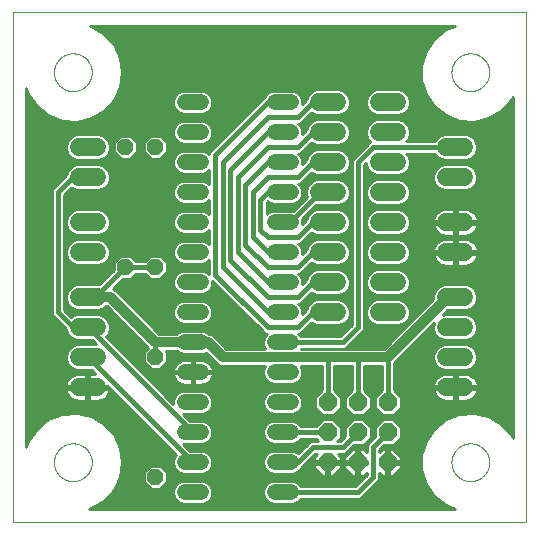
<source format=gtl>
G75*
%MOIN*%
%OFA0B0*%
%FSLAX25Y25*%
%IPPOS*%
%LPD*%
%AMOC8*
5,1,8,0,0,1.08239X$1,22.5*
%
%ADD10C,0.00000*%
%ADD11C,0.05200*%
%ADD12C,0.06000*%
%ADD13OC8,0.06000*%
%ADD14OC8,0.05200*%
%ADD15C,0.01600*%
%ADD16C,0.03200*%
%ADD17C,0.01000*%
D10*
X0021500Y0004000D02*
X0021500Y0173961D01*
X0192701Y0173961D01*
X0192701Y0004000D01*
X0021500Y0004000D01*
X0035201Y0024000D02*
X0035203Y0024158D01*
X0035209Y0024316D01*
X0035219Y0024474D01*
X0035233Y0024632D01*
X0035251Y0024789D01*
X0035272Y0024946D01*
X0035298Y0025102D01*
X0035328Y0025258D01*
X0035361Y0025413D01*
X0035399Y0025566D01*
X0035440Y0025719D01*
X0035485Y0025871D01*
X0035534Y0026022D01*
X0035587Y0026171D01*
X0035643Y0026319D01*
X0035703Y0026465D01*
X0035767Y0026610D01*
X0035835Y0026753D01*
X0035906Y0026895D01*
X0035980Y0027035D01*
X0036058Y0027172D01*
X0036140Y0027308D01*
X0036224Y0027442D01*
X0036313Y0027573D01*
X0036404Y0027702D01*
X0036499Y0027829D01*
X0036596Y0027954D01*
X0036697Y0028076D01*
X0036801Y0028195D01*
X0036908Y0028312D01*
X0037018Y0028426D01*
X0037131Y0028537D01*
X0037246Y0028646D01*
X0037364Y0028751D01*
X0037485Y0028853D01*
X0037608Y0028953D01*
X0037734Y0029049D01*
X0037862Y0029142D01*
X0037992Y0029232D01*
X0038125Y0029318D01*
X0038260Y0029402D01*
X0038396Y0029481D01*
X0038535Y0029558D01*
X0038676Y0029630D01*
X0038818Y0029700D01*
X0038962Y0029765D01*
X0039108Y0029827D01*
X0039255Y0029885D01*
X0039404Y0029940D01*
X0039554Y0029991D01*
X0039705Y0030038D01*
X0039857Y0030081D01*
X0040010Y0030120D01*
X0040165Y0030156D01*
X0040320Y0030187D01*
X0040476Y0030215D01*
X0040632Y0030239D01*
X0040789Y0030259D01*
X0040947Y0030275D01*
X0041104Y0030287D01*
X0041263Y0030295D01*
X0041421Y0030299D01*
X0041579Y0030299D01*
X0041737Y0030295D01*
X0041896Y0030287D01*
X0042053Y0030275D01*
X0042211Y0030259D01*
X0042368Y0030239D01*
X0042524Y0030215D01*
X0042680Y0030187D01*
X0042835Y0030156D01*
X0042990Y0030120D01*
X0043143Y0030081D01*
X0043295Y0030038D01*
X0043446Y0029991D01*
X0043596Y0029940D01*
X0043745Y0029885D01*
X0043892Y0029827D01*
X0044038Y0029765D01*
X0044182Y0029700D01*
X0044324Y0029630D01*
X0044465Y0029558D01*
X0044604Y0029481D01*
X0044740Y0029402D01*
X0044875Y0029318D01*
X0045008Y0029232D01*
X0045138Y0029142D01*
X0045266Y0029049D01*
X0045392Y0028953D01*
X0045515Y0028853D01*
X0045636Y0028751D01*
X0045754Y0028646D01*
X0045869Y0028537D01*
X0045982Y0028426D01*
X0046092Y0028312D01*
X0046199Y0028195D01*
X0046303Y0028076D01*
X0046404Y0027954D01*
X0046501Y0027829D01*
X0046596Y0027702D01*
X0046687Y0027573D01*
X0046776Y0027442D01*
X0046860Y0027308D01*
X0046942Y0027172D01*
X0047020Y0027035D01*
X0047094Y0026895D01*
X0047165Y0026753D01*
X0047233Y0026610D01*
X0047297Y0026465D01*
X0047357Y0026319D01*
X0047413Y0026171D01*
X0047466Y0026022D01*
X0047515Y0025871D01*
X0047560Y0025719D01*
X0047601Y0025566D01*
X0047639Y0025413D01*
X0047672Y0025258D01*
X0047702Y0025102D01*
X0047728Y0024946D01*
X0047749Y0024789D01*
X0047767Y0024632D01*
X0047781Y0024474D01*
X0047791Y0024316D01*
X0047797Y0024158D01*
X0047799Y0024000D01*
X0047797Y0023842D01*
X0047791Y0023684D01*
X0047781Y0023526D01*
X0047767Y0023368D01*
X0047749Y0023211D01*
X0047728Y0023054D01*
X0047702Y0022898D01*
X0047672Y0022742D01*
X0047639Y0022587D01*
X0047601Y0022434D01*
X0047560Y0022281D01*
X0047515Y0022129D01*
X0047466Y0021978D01*
X0047413Y0021829D01*
X0047357Y0021681D01*
X0047297Y0021535D01*
X0047233Y0021390D01*
X0047165Y0021247D01*
X0047094Y0021105D01*
X0047020Y0020965D01*
X0046942Y0020828D01*
X0046860Y0020692D01*
X0046776Y0020558D01*
X0046687Y0020427D01*
X0046596Y0020298D01*
X0046501Y0020171D01*
X0046404Y0020046D01*
X0046303Y0019924D01*
X0046199Y0019805D01*
X0046092Y0019688D01*
X0045982Y0019574D01*
X0045869Y0019463D01*
X0045754Y0019354D01*
X0045636Y0019249D01*
X0045515Y0019147D01*
X0045392Y0019047D01*
X0045266Y0018951D01*
X0045138Y0018858D01*
X0045008Y0018768D01*
X0044875Y0018682D01*
X0044740Y0018598D01*
X0044604Y0018519D01*
X0044465Y0018442D01*
X0044324Y0018370D01*
X0044182Y0018300D01*
X0044038Y0018235D01*
X0043892Y0018173D01*
X0043745Y0018115D01*
X0043596Y0018060D01*
X0043446Y0018009D01*
X0043295Y0017962D01*
X0043143Y0017919D01*
X0042990Y0017880D01*
X0042835Y0017844D01*
X0042680Y0017813D01*
X0042524Y0017785D01*
X0042368Y0017761D01*
X0042211Y0017741D01*
X0042053Y0017725D01*
X0041896Y0017713D01*
X0041737Y0017705D01*
X0041579Y0017701D01*
X0041421Y0017701D01*
X0041263Y0017705D01*
X0041104Y0017713D01*
X0040947Y0017725D01*
X0040789Y0017741D01*
X0040632Y0017761D01*
X0040476Y0017785D01*
X0040320Y0017813D01*
X0040165Y0017844D01*
X0040010Y0017880D01*
X0039857Y0017919D01*
X0039705Y0017962D01*
X0039554Y0018009D01*
X0039404Y0018060D01*
X0039255Y0018115D01*
X0039108Y0018173D01*
X0038962Y0018235D01*
X0038818Y0018300D01*
X0038676Y0018370D01*
X0038535Y0018442D01*
X0038396Y0018519D01*
X0038260Y0018598D01*
X0038125Y0018682D01*
X0037992Y0018768D01*
X0037862Y0018858D01*
X0037734Y0018951D01*
X0037608Y0019047D01*
X0037485Y0019147D01*
X0037364Y0019249D01*
X0037246Y0019354D01*
X0037131Y0019463D01*
X0037018Y0019574D01*
X0036908Y0019688D01*
X0036801Y0019805D01*
X0036697Y0019924D01*
X0036596Y0020046D01*
X0036499Y0020171D01*
X0036404Y0020298D01*
X0036313Y0020427D01*
X0036224Y0020558D01*
X0036140Y0020692D01*
X0036058Y0020828D01*
X0035980Y0020965D01*
X0035906Y0021105D01*
X0035835Y0021247D01*
X0035767Y0021390D01*
X0035703Y0021535D01*
X0035643Y0021681D01*
X0035587Y0021829D01*
X0035534Y0021978D01*
X0035485Y0022129D01*
X0035440Y0022281D01*
X0035399Y0022434D01*
X0035361Y0022587D01*
X0035328Y0022742D01*
X0035298Y0022898D01*
X0035272Y0023054D01*
X0035251Y0023211D01*
X0035233Y0023368D01*
X0035219Y0023526D01*
X0035209Y0023684D01*
X0035203Y0023842D01*
X0035201Y0024000D01*
X0167701Y0024000D02*
X0167703Y0024158D01*
X0167709Y0024316D01*
X0167719Y0024474D01*
X0167733Y0024632D01*
X0167751Y0024789D01*
X0167772Y0024946D01*
X0167798Y0025102D01*
X0167828Y0025258D01*
X0167861Y0025413D01*
X0167899Y0025566D01*
X0167940Y0025719D01*
X0167985Y0025871D01*
X0168034Y0026022D01*
X0168087Y0026171D01*
X0168143Y0026319D01*
X0168203Y0026465D01*
X0168267Y0026610D01*
X0168335Y0026753D01*
X0168406Y0026895D01*
X0168480Y0027035D01*
X0168558Y0027172D01*
X0168640Y0027308D01*
X0168724Y0027442D01*
X0168813Y0027573D01*
X0168904Y0027702D01*
X0168999Y0027829D01*
X0169096Y0027954D01*
X0169197Y0028076D01*
X0169301Y0028195D01*
X0169408Y0028312D01*
X0169518Y0028426D01*
X0169631Y0028537D01*
X0169746Y0028646D01*
X0169864Y0028751D01*
X0169985Y0028853D01*
X0170108Y0028953D01*
X0170234Y0029049D01*
X0170362Y0029142D01*
X0170492Y0029232D01*
X0170625Y0029318D01*
X0170760Y0029402D01*
X0170896Y0029481D01*
X0171035Y0029558D01*
X0171176Y0029630D01*
X0171318Y0029700D01*
X0171462Y0029765D01*
X0171608Y0029827D01*
X0171755Y0029885D01*
X0171904Y0029940D01*
X0172054Y0029991D01*
X0172205Y0030038D01*
X0172357Y0030081D01*
X0172510Y0030120D01*
X0172665Y0030156D01*
X0172820Y0030187D01*
X0172976Y0030215D01*
X0173132Y0030239D01*
X0173289Y0030259D01*
X0173447Y0030275D01*
X0173604Y0030287D01*
X0173763Y0030295D01*
X0173921Y0030299D01*
X0174079Y0030299D01*
X0174237Y0030295D01*
X0174396Y0030287D01*
X0174553Y0030275D01*
X0174711Y0030259D01*
X0174868Y0030239D01*
X0175024Y0030215D01*
X0175180Y0030187D01*
X0175335Y0030156D01*
X0175490Y0030120D01*
X0175643Y0030081D01*
X0175795Y0030038D01*
X0175946Y0029991D01*
X0176096Y0029940D01*
X0176245Y0029885D01*
X0176392Y0029827D01*
X0176538Y0029765D01*
X0176682Y0029700D01*
X0176824Y0029630D01*
X0176965Y0029558D01*
X0177104Y0029481D01*
X0177240Y0029402D01*
X0177375Y0029318D01*
X0177508Y0029232D01*
X0177638Y0029142D01*
X0177766Y0029049D01*
X0177892Y0028953D01*
X0178015Y0028853D01*
X0178136Y0028751D01*
X0178254Y0028646D01*
X0178369Y0028537D01*
X0178482Y0028426D01*
X0178592Y0028312D01*
X0178699Y0028195D01*
X0178803Y0028076D01*
X0178904Y0027954D01*
X0179001Y0027829D01*
X0179096Y0027702D01*
X0179187Y0027573D01*
X0179276Y0027442D01*
X0179360Y0027308D01*
X0179442Y0027172D01*
X0179520Y0027035D01*
X0179594Y0026895D01*
X0179665Y0026753D01*
X0179733Y0026610D01*
X0179797Y0026465D01*
X0179857Y0026319D01*
X0179913Y0026171D01*
X0179966Y0026022D01*
X0180015Y0025871D01*
X0180060Y0025719D01*
X0180101Y0025566D01*
X0180139Y0025413D01*
X0180172Y0025258D01*
X0180202Y0025102D01*
X0180228Y0024946D01*
X0180249Y0024789D01*
X0180267Y0024632D01*
X0180281Y0024474D01*
X0180291Y0024316D01*
X0180297Y0024158D01*
X0180299Y0024000D01*
X0180297Y0023842D01*
X0180291Y0023684D01*
X0180281Y0023526D01*
X0180267Y0023368D01*
X0180249Y0023211D01*
X0180228Y0023054D01*
X0180202Y0022898D01*
X0180172Y0022742D01*
X0180139Y0022587D01*
X0180101Y0022434D01*
X0180060Y0022281D01*
X0180015Y0022129D01*
X0179966Y0021978D01*
X0179913Y0021829D01*
X0179857Y0021681D01*
X0179797Y0021535D01*
X0179733Y0021390D01*
X0179665Y0021247D01*
X0179594Y0021105D01*
X0179520Y0020965D01*
X0179442Y0020828D01*
X0179360Y0020692D01*
X0179276Y0020558D01*
X0179187Y0020427D01*
X0179096Y0020298D01*
X0179001Y0020171D01*
X0178904Y0020046D01*
X0178803Y0019924D01*
X0178699Y0019805D01*
X0178592Y0019688D01*
X0178482Y0019574D01*
X0178369Y0019463D01*
X0178254Y0019354D01*
X0178136Y0019249D01*
X0178015Y0019147D01*
X0177892Y0019047D01*
X0177766Y0018951D01*
X0177638Y0018858D01*
X0177508Y0018768D01*
X0177375Y0018682D01*
X0177240Y0018598D01*
X0177104Y0018519D01*
X0176965Y0018442D01*
X0176824Y0018370D01*
X0176682Y0018300D01*
X0176538Y0018235D01*
X0176392Y0018173D01*
X0176245Y0018115D01*
X0176096Y0018060D01*
X0175946Y0018009D01*
X0175795Y0017962D01*
X0175643Y0017919D01*
X0175490Y0017880D01*
X0175335Y0017844D01*
X0175180Y0017813D01*
X0175024Y0017785D01*
X0174868Y0017761D01*
X0174711Y0017741D01*
X0174553Y0017725D01*
X0174396Y0017713D01*
X0174237Y0017705D01*
X0174079Y0017701D01*
X0173921Y0017701D01*
X0173763Y0017705D01*
X0173604Y0017713D01*
X0173447Y0017725D01*
X0173289Y0017741D01*
X0173132Y0017761D01*
X0172976Y0017785D01*
X0172820Y0017813D01*
X0172665Y0017844D01*
X0172510Y0017880D01*
X0172357Y0017919D01*
X0172205Y0017962D01*
X0172054Y0018009D01*
X0171904Y0018060D01*
X0171755Y0018115D01*
X0171608Y0018173D01*
X0171462Y0018235D01*
X0171318Y0018300D01*
X0171176Y0018370D01*
X0171035Y0018442D01*
X0170896Y0018519D01*
X0170760Y0018598D01*
X0170625Y0018682D01*
X0170492Y0018768D01*
X0170362Y0018858D01*
X0170234Y0018951D01*
X0170108Y0019047D01*
X0169985Y0019147D01*
X0169864Y0019249D01*
X0169746Y0019354D01*
X0169631Y0019463D01*
X0169518Y0019574D01*
X0169408Y0019688D01*
X0169301Y0019805D01*
X0169197Y0019924D01*
X0169096Y0020046D01*
X0168999Y0020171D01*
X0168904Y0020298D01*
X0168813Y0020427D01*
X0168724Y0020558D01*
X0168640Y0020692D01*
X0168558Y0020828D01*
X0168480Y0020965D01*
X0168406Y0021105D01*
X0168335Y0021247D01*
X0168267Y0021390D01*
X0168203Y0021535D01*
X0168143Y0021681D01*
X0168087Y0021829D01*
X0168034Y0021978D01*
X0167985Y0022129D01*
X0167940Y0022281D01*
X0167899Y0022434D01*
X0167861Y0022587D01*
X0167828Y0022742D01*
X0167798Y0022898D01*
X0167772Y0023054D01*
X0167751Y0023211D01*
X0167733Y0023368D01*
X0167719Y0023526D01*
X0167709Y0023684D01*
X0167703Y0023842D01*
X0167701Y0024000D01*
X0167701Y0154000D02*
X0167703Y0154158D01*
X0167709Y0154316D01*
X0167719Y0154474D01*
X0167733Y0154632D01*
X0167751Y0154789D01*
X0167772Y0154946D01*
X0167798Y0155102D01*
X0167828Y0155258D01*
X0167861Y0155413D01*
X0167899Y0155566D01*
X0167940Y0155719D01*
X0167985Y0155871D01*
X0168034Y0156022D01*
X0168087Y0156171D01*
X0168143Y0156319D01*
X0168203Y0156465D01*
X0168267Y0156610D01*
X0168335Y0156753D01*
X0168406Y0156895D01*
X0168480Y0157035D01*
X0168558Y0157172D01*
X0168640Y0157308D01*
X0168724Y0157442D01*
X0168813Y0157573D01*
X0168904Y0157702D01*
X0168999Y0157829D01*
X0169096Y0157954D01*
X0169197Y0158076D01*
X0169301Y0158195D01*
X0169408Y0158312D01*
X0169518Y0158426D01*
X0169631Y0158537D01*
X0169746Y0158646D01*
X0169864Y0158751D01*
X0169985Y0158853D01*
X0170108Y0158953D01*
X0170234Y0159049D01*
X0170362Y0159142D01*
X0170492Y0159232D01*
X0170625Y0159318D01*
X0170760Y0159402D01*
X0170896Y0159481D01*
X0171035Y0159558D01*
X0171176Y0159630D01*
X0171318Y0159700D01*
X0171462Y0159765D01*
X0171608Y0159827D01*
X0171755Y0159885D01*
X0171904Y0159940D01*
X0172054Y0159991D01*
X0172205Y0160038D01*
X0172357Y0160081D01*
X0172510Y0160120D01*
X0172665Y0160156D01*
X0172820Y0160187D01*
X0172976Y0160215D01*
X0173132Y0160239D01*
X0173289Y0160259D01*
X0173447Y0160275D01*
X0173604Y0160287D01*
X0173763Y0160295D01*
X0173921Y0160299D01*
X0174079Y0160299D01*
X0174237Y0160295D01*
X0174396Y0160287D01*
X0174553Y0160275D01*
X0174711Y0160259D01*
X0174868Y0160239D01*
X0175024Y0160215D01*
X0175180Y0160187D01*
X0175335Y0160156D01*
X0175490Y0160120D01*
X0175643Y0160081D01*
X0175795Y0160038D01*
X0175946Y0159991D01*
X0176096Y0159940D01*
X0176245Y0159885D01*
X0176392Y0159827D01*
X0176538Y0159765D01*
X0176682Y0159700D01*
X0176824Y0159630D01*
X0176965Y0159558D01*
X0177104Y0159481D01*
X0177240Y0159402D01*
X0177375Y0159318D01*
X0177508Y0159232D01*
X0177638Y0159142D01*
X0177766Y0159049D01*
X0177892Y0158953D01*
X0178015Y0158853D01*
X0178136Y0158751D01*
X0178254Y0158646D01*
X0178369Y0158537D01*
X0178482Y0158426D01*
X0178592Y0158312D01*
X0178699Y0158195D01*
X0178803Y0158076D01*
X0178904Y0157954D01*
X0179001Y0157829D01*
X0179096Y0157702D01*
X0179187Y0157573D01*
X0179276Y0157442D01*
X0179360Y0157308D01*
X0179442Y0157172D01*
X0179520Y0157035D01*
X0179594Y0156895D01*
X0179665Y0156753D01*
X0179733Y0156610D01*
X0179797Y0156465D01*
X0179857Y0156319D01*
X0179913Y0156171D01*
X0179966Y0156022D01*
X0180015Y0155871D01*
X0180060Y0155719D01*
X0180101Y0155566D01*
X0180139Y0155413D01*
X0180172Y0155258D01*
X0180202Y0155102D01*
X0180228Y0154946D01*
X0180249Y0154789D01*
X0180267Y0154632D01*
X0180281Y0154474D01*
X0180291Y0154316D01*
X0180297Y0154158D01*
X0180299Y0154000D01*
X0180297Y0153842D01*
X0180291Y0153684D01*
X0180281Y0153526D01*
X0180267Y0153368D01*
X0180249Y0153211D01*
X0180228Y0153054D01*
X0180202Y0152898D01*
X0180172Y0152742D01*
X0180139Y0152587D01*
X0180101Y0152434D01*
X0180060Y0152281D01*
X0180015Y0152129D01*
X0179966Y0151978D01*
X0179913Y0151829D01*
X0179857Y0151681D01*
X0179797Y0151535D01*
X0179733Y0151390D01*
X0179665Y0151247D01*
X0179594Y0151105D01*
X0179520Y0150965D01*
X0179442Y0150828D01*
X0179360Y0150692D01*
X0179276Y0150558D01*
X0179187Y0150427D01*
X0179096Y0150298D01*
X0179001Y0150171D01*
X0178904Y0150046D01*
X0178803Y0149924D01*
X0178699Y0149805D01*
X0178592Y0149688D01*
X0178482Y0149574D01*
X0178369Y0149463D01*
X0178254Y0149354D01*
X0178136Y0149249D01*
X0178015Y0149147D01*
X0177892Y0149047D01*
X0177766Y0148951D01*
X0177638Y0148858D01*
X0177508Y0148768D01*
X0177375Y0148682D01*
X0177240Y0148598D01*
X0177104Y0148519D01*
X0176965Y0148442D01*
X0176824Y0148370D01*
X0176682Y0148300D01*
X0176538Y0148235D01*
X0176392Y0148173D01*
X0176245Y0148115D01*
X0176096Y0148060D01*
X0175946Y0148009D01*
X0175795Y0147962D01*
X0175643Y0147919D01*
X0175490Y0147880D01*
X0175335Y0147844D01*
X0175180Y0147813D01*
X0175024Y0147785D01*
X0174868Y0147761D01*
X0174711Y0147741D01*
X0174553Y0147725D01*
X0174396Y0147713D01*
X0174237Y0147705D01*
X0174079Y0147701D01*
X0173921Y0147701D01*
X0173763Y0147705D01*
X0173604Y0147713D01*
X0173447Y0147725D01*
X0173289Y0147741D01*
X0173132Y0147761D01*
X0172976Y0147785D01*
X0172820Y0147813D01*
X0172665Y0147844D01*
X0172510Y0147880D01*
X0172357Y0147919D01*
X0172205Y0147962D01*
X0172054Y0148009D01*
X0171904Y0148060D01*
X0171755Y0148115D01*
X0171608Y0148173D01*
X0171462Y0148235D01*
X0171318Y0148300D01*
X0171176Y0148370D01*
X0171035Y0148442D01*
X0170896Y0148519D01*
X0170760Y0148598D01*
X0170625Y0148682D01*
X0170492Y0148768D01*
X0170362Y0148858D01*
X0170234Y0148951D01*
X0170108Y0149047D01*
X0169985Y0149147D01*
X0169864Y0149249D01*
X0169746Y0149354D01*
X0169631Y0149463D01*
X0169518Y0149574D01*
X0169408Y0149688D01*
X0169301Y0149805D01*
X0169197Y0149924D01*
X0169096Y0150046D01*
X0168999Y0150171D01*
X0168904Y0150298D01*
X0168813Y0150427D01*
X0168724Y0150558D01*
X0168640Y0150692D01*
X0168558Y0150828D01*
X0168480Y0150965D01*
X0168406Y0151105D01*
X0168335Y0151247D01*
X0168267Y0151390D01*
X0168203Y0151535D01*
X0168143Y0151681D01*
X0168087Y0151829D01*
X0168034Y0151978D01*
X0167985Y0152129D01*
X0167940Y0152281D01*
X0167899Y0152434D01*
X0167861Y0152587D01*
X0167828Y0152742D01*
X0167798Y0152898D01*
X0167772Y0153054D01*
X0167751Y0153211D01*
X0167733Y0153368D01*
X0167719Y0153526D01*
X0167709Y0153684D01*
X0167703Y0153842D01*
X0167701Y0154000D01*
X0035201Y0154000D02*
X0035203Y0154158D01*
X0035209Y0154316D01*
X0035219Y0154474D01*
X0035233Y0154632D01*
X0035251Y0154789D01*
X0035272Y0154946D01*
X0035298Y0155102D01*
X0035328Y0155258D01*
X0035361Y0155413D01*
X0035399Y0155566D01*
X0035440Y0155719D01*
X0035485Y0155871D01*
X0035534Y0156022D01*
X0035587Y0156171D01*
X0035643Y0156319D01*
X0035703Y0156465D01*
X0035767Y0156610D01*
X0035835Y0156753D01*
X0035906Y0156895D01*
X0035980Y0157035D01*
X0036058Y0157172D01*
X0036140Y0157308D01*
X0036224Y0157442D01*
X0036313Y0157573D01*
X0036404Y0157702D01*
X0036499Y0157829D01*
X0036596Y0157954D01*
X0036697Y0158076D01*
X0036801Y0158195D01*
X0036908Y0158312D01*
X0037018Y0158426D01*
X0037131Y0158537D01*
X0037246Y0158646D01*
X0037364Y0158751D01*
X0037485Y0158853D01*
X0037608Y0158953D01*
X0037734Y0159049D01*
X0037862Y0159142D01*
X0037992Y0159232D01*
X0038125Y0159318D01*
X0038260Y0159402D01*
X0038396Y0159481D01*
X0038535Y0159558D01*
X0038676Y0159630D01*
X0038818Y0159700D01*
X0038962Y0159765D01*
X0039108Y0159827D01*
X0039255Y0159885D01*
X0039404Y0159940D01*
X0039554Y0159991D01*
X0039705Y0160038D01*
X0039857Y0160081D01*
X0040010Y0160120D01*
X0040165Y0160156D01*
X0040320Y0160187D01*
X0040476Y0160215D01*
X0040632Y0160239D01*
X0040789Y0160259D01*
X0040947Y0160275D01*
X0041104Y0160287D01*
X0041263Y0160295D01*
X0041421Y0160299D01*
X0041579Y0160299D01*
X0041737Y0160295D01*
X0041896Y0160287D01*
X0042053Y0160275D01*
X0042211Y0160259D01*
X0042368Y0160239D01*
X0042524Y0160215D01*
X0042680Y0160187D01*
X0042835Y0160156D01*
X0042990Y0160120D01*
X0043143Y0160081D01*
X0043295Y0160038D01*
X0043446Y0159991D01*
X0043596Y0159940D01*
X0043745Y0159885D01*
X0043892Y0159827D01*
X0044038Y0159765D01*
X0044182Y0159700D01*
X0044324Y0159630D01*
X0044465Y0159558D01*
X0044604Y0159481D01*
X0044740Y0159402D01*
X0044875Y0159318D01*
X0045008Y0159232D01*
X0045138Y0159142D01*
X0045266Y0159049D01*
X0045392Y0158953D01*
X0045515Y0158853D01*
X0045636Y0158751D01*
X0045754Y0158646D01*
X0045869Y0158537D01*
X0045982Y0158426D01*
X0046092Y0158312D01*
X0046199Y0158195D01*
X0046303Y0158076D01*
X0046404Y0157954D01*
X0046501Y0157829D01*
X0046596Y0157702D01*
X0046687Y0157573D01*
X0046776Y0157442D01*
X0046860Y0157308D01*
X0046942Y0157172D01*
X0047020Y0157035D01*
X0047094Y0156895D01*
X0047165Y0156753D01*
X0047233Y0156610D01*
X0047297Y0156465D01*
X0047357Y0156319D01*
X0047413Y0156171D01*
X0047466Y0156022D01*
X0047515Y0155871D01*
X0047560Y0155719D01*
X0047601Y0155566D01*
X0047639Y0155413D01*
X0047672Y0155258D01*
X0047702Y0155102D01*
X0047728Y0154946D01*
X0047749Y0154789D01*
X0047767Y0154632D01*
X0047781Y0154474D01*
X0047791Y0154316D01*
X0047797Y0154158D01*
X0047799Y0154000D01*
X0047797Y0153842D01*
X0047791Y0153684D01*
X0047781Y0153526D01*
X0047767Y0153368D01*
X0047749Y0153211D01*
X0047728Y0153054D01*
X0047702Y0152898D01*
X0047672Y0152742D01*
X0047639Y0152587D01*
X0047601Y0152434D01*
X0047560Y0152281D01*
X0047515Y0152129D01*
X0047466Y0151978D01*
X0047413Y0151829D01*
X0047357Y0151681D01*
X0047297Y0151535D01*
X0047233Y0151390D01*
X0047165Y0151247D01*
X0047094Y0151105D01*
X0047020Y0150965D01*
X0046942Y0150828D01*
X0046860Y0150692D01*
X0046776Y0150558D01*
X0046687Y0150427D01*
X0046596Y0150298D01*
X0046501Y0150171D01*
X0046404Y0150046D01*
X0046303Y0149924D01*
X0046199Y0149805D01*
X0046092Y0149688D01*
X0045982Y0149574D01*
X0045869Y0149463D01*
X0045754Y0149354D01*
X0045636Y0149249D01*
X0045515Y0149147D01*
X0045392Y0149047D01*
X0045266Y0148951D01*
X0045138Y0148858D01*
X0045008Y0148768D01*
X0044875Y0148682D01*
X0044740Y0148598D01*
X0044604Y0148519D01*
X0044465Y0148442D01*
X0044324Y0148370D01*
X0044182Y0148300D01*
X0044038Y0148235D01*
X0043892Y0148173D01*
X0043745Y0148115D01*
X0043596Y0148060D01*
X0043446Y0148009D01*
X0043295Y0147962D01*
X0043143Y0147919D01*
X0042990Y0147880D01*
X0042835Y0147844D01*
X0042680Y0147813D01*
X0042524Y0147785D01*
X0042368Y0147761D01*
X0042211Y0147741D01*
X0042053Y0147725D01*
X0041896Y0147713D01*
X0041737Y0147705D01*
X0041579Y0147701D01*
X0041421Y0147701D01*
X0041263Y0147705D01*
X0041104Y0147713D01*
X0040947Y0147725D01*
X0040789Y0147741D01*
X0040632Y0147761D01*
X0040476Y0147785D01*
X0040320Y0147813D01*
X0040165Y0147844D01*
X0040010Y0147880D01*
X0039857Y0147919D01*
X0039705Y0147962D01*
X0039554Y0148009D01*
X0039404Y0148060D01*
X0039255Y0148115D01*
X0039108Y0148173D01*
X0038962Y0148235D01*
X0038818Y0148300D01*
X0038676Y0148370D01*
X0038535Y0148442D01*
X0038396Y0148519D01*
X0038260Y0148598D01*
X0038125Y0148682D01*
X0037992Y0148768D01*
X0037862Y0148858D01*
X0037734Y0148951D01*
X0037608Y0149047D01*
X0037485Y0149147D01*
X0037364Y0149249D01*
X0037246Y0149354D01*
X0037131Y0149463D01*
X0037018Y0149574D01*
X0036908Y0149688D01*
X0036801Y0149805D01*
X0036697Y0149924D01*
X0036596Y0150046D01*
X0036499Y0150171D01*
X0036404Y0150298D01*
X0036313Y0150427D01*
X0036224Y0150558D01*
X0036140Y0150692D01*
X0036058Y0150828D01*
X0035980Y0150965D01*
X0035906Y0151105D01*
X0035835Y0151247D01*
X0035767Y0151390D01*
X0035703Y0151535D01*
X0035643Y0151681D01*
X0035587Y0151829D01*
X0035534Y0151978D01*
X0035485Y0152129D01*
X0035440Y0152281D01*
X0035399Y0152434D01*
X0035361Y0152587D01*
X0035328Y0152742D01*
X0035298Y0152898D01*
X0035272Y0153054D01*
X0035251Y0153211D01*
X0035233Y0153368D01*
X0035219Y0153526D01*
X0035209Y0153684D01*
X0035203Y0153842D01*
X0035201Y0154000D01*
D11*
X0078900Y0144000D02*
X0084100Y0144000D01*
X0084100Y0134000D02*
X0078900Y0134000D01*
X0078900Y0124000D02*
X0084100Y0124000D01*
X0084100Y0114000D02*
X0078900Y0114000D01*
X0078900Y0104000D02*
X0084100Y0104000D01*
X0084100Y0094000D02*
X0078900Y0094000D01*
X0078900Y0084000D02*
X0084100Y0084000D01*
X0084100Y0074000D02*
X0078900Y0074000D01*
X0078900Y0064000D02*
X0084100Y0064000D01*
X0084100Y0054000D02*
X0078900Y0054000D01*
X0078900Y0044000D02*
X0084100Y0044000D01*
X0084100Y0034000D02*
X0078900Y0034000D01*
X0078900Y0024000D02*
X0084100Y0024000D01*
X0084100Y0014000D02*
X0078900Y0014000D01*
X0108900Y0014000D02*
X0114100Y0014000D01*
X0114100Y0024000D02*
X0108900Y0024000D01*
X0108900Y0034000D02*
X0114100Y0034000D01*
X0114100Y0044000D02*
X0108900Y0044000D01*
X0108900Y0054000D02*
X0114100Y0054000D01*
X0114100Y0064000D02*
X0108900Y0064000D01*
X0108900Y0074000D02*
X0114100Y0074000D01*
X0114100Y0084000D02*
X0108900Y0084000D01*
X0108900Y0094000D02*
X0114100Y0094000D01*
X0114100Y0104000D02*
X0108900Y0104000D01*
X0108900Y0114000D02*
X0114100Y0114000D01*
X0114100Y0124000D02*
X0108900Y0124000D01*
X0108900Y0134000D02*
X0114100Y0134000D01*
X0114100Y0144000D02*
X0108900Y0144000D01*
D12*
X0123500Y0144000D02*
X0129500Y0144000D01*
X0129500Y0134000D02*
X0123500Y0134000D01*
X0123500Y0124000D02*
X0129500Y0124000D01*
X0129500Y0114000D02*
X0123500Y0114000D01*
X0123500Y0104000D02*
X0129500Y0104000D01*
X0129500Y0094000D02*
X0123500Y0094000D01*
X0123500Y0084000D02*
X0129500Y0084000D01*
X0129500Y0074000D02*
X0123500Y0074000D01*
X0143500Y0074000D02*
X0149500Y0074000D01*
X0149500Y0084000D02*
X0143500Y0084000D01*
X0143500Y0094000D02*
X0149500Y0094000D01*
X0149500Y0104000D02*
X0143500Y0104000D01*
X0143500Y0114000D02*
X0149500Y0114000D01*
X0149500Y0124000D02*
X0143500Y0124000D01*
X0143500Y0134000D02*
X0149500Y0134000D01*
X0149500Y0144000D02*
X0143500Y0144000D01*
X0166000Y0129000D02*
X0172000Y0129000D01*
X0172000Y0119000D02*
X0166000Y0119000D01*
X0166000Y0104000D02*
X0172000Y0104000D01*
X0172000Y0094000D02*
X0166000Y0094000D01*
X0166000Y0079000D02*
X0172000Y0079000D01*
X0172000Y0069000D02*
X0166000Y0069000D01*
X0166000Y0059000D02*
X0172000Y0059000D01*
X0172000Y0049000D02*
X0166000Y0049000D01*
X0049500Y0049000D02*
X0043500Y0049000D01*
X0043500Y0059000D02*
X0049500Y0059000D01*
X0049500Y0069000D02*
X0043500Y0069000D01*
X0043500Y0079000D02*
X0049500Y0079000D01*
X0049500Y0094000D02*
X0043500Y0094000D01*
X0043500Y0104000D02*
X0049500Y0104000D01*
X0049500Y0119000D02*
X0043500Y0119000D01*
X0043500Y0129000D02*
X0049500Y0129000D01*
D13*
X0126500Y0044000D03*
X0136500Y0044000D03*
X0136500Y0044000D03*
X0146500Y0044000D03*
X0146500Y0034000D03*
X0136500Y0034000D03*
X0136500Y0034000D03*
X0126500Y0034000D03*
X0126500Y0024000D03*
X0136500Y0024000D03*
X0136500Y0024000D03*
X0146500Y0024000D03*
D14*
X0069000Y0019000D03*
X0069000Y0059000D03*
X0069000Y0089000D03*
X0059000Y0089000D03*
X0059000Y0129000D03*
X0069000Y0129000D03*
D15*
X0089000Y0126500D02*
X0089000Y0086500D01*
X0106500Y0069000D01*
X0116500Y0069000D01*
X0121500Y0074000D01*
X0126500Y0074000D01*
X0136500Y0069000D02*
X0136500Y0124000D01*
X0141500Y0129000D01*
X0169000Y0129000D01*
X0126500Y0124000D02*
X0121500Y0124000D01*
X0116500Y0119000D01*
X0106500Y0119000D01*
X0101500Y0114000D01*
X0101500Y0099000D01*
X0106500Y0094000D01*
X0111500Y0094000D01*
X0106500Y0089000D02*
X0116500Y0089000D01*
X0121500Y0094000D01*
X0126500Y0094000D01*
X0116500Y0099000D02*
X0121500Y0104000D01*
X0126500Y0104000D01*
X0126500Y0114000D02*
X0124000Y0114000D01*
X0114000Y0104000D01*
X0111500Y0104000D01*
X0106500Y0099000D02*
X0116500Y0099000D01*
X0106500Y0099000D02*
X0104000Y0101500D01*
X0104000Y0111500D01*
X0106500Y0114000D01*
X0111500Y0114000D01*
X0111500Y0124000D02*
X0106500Y0124000D01*
X0099000Y0116500D01*
X0099000Y0096500D01*
X0106500Y0089000D01*
X0106500Y0084000D02*
X0096500Y0094000D01*
X0096500Y0119000D01*
X0106500Y0129000D01*
X0116500Y0129000D01*
X0121500Y0134000D01*
X0126500Y0134000D01*
X0116500Y0139000D02*
X0121500Y0144000D01*
X0126500Y0144000D01*
X0116500Y0139000D02*
X0106500Y0139000D01*
X0091500Y0124000D01*
X0091500Y0089000D01*
X0106500Y0074000D01*
X0111500Y0074000D01*
X0106500Y0079000D02*
X0116500Y0079000D01*
X0121500Y0084000D01*
X0126500Y0084000D01*
X0111500Y0084000D02*
X0106500Y0084000D01*
X0106500Y0079000D02*
X0094000Y0091500D01*
X0094000Y0121500D01*
X0106500Y0134000D01*
X0111500Y0134000D01*
X0111500Y0144000D02*
X0106500Y0144000D01*
X0089000Y0126500D01*
X0046500Y0119000D02*
X0041500Y0119000D01*
X0036500Y0114000D01*
X0036500Y0074000D01*
X0041500Y0069000D01*
X0046500Y0069000D01*
X0081500Y0034000D01*
X0081500Y0024000D02*
X0046500Y0059000D01*
X0069000Y0059000D02*
X0069000Y0064000D01*
X0049000Y0079000D02*
X0059000Y0089000D01*
X0069000Y0089000D01*
X0049000Y0079000D02*
X0046500Y0079000D01*
X0111500Y0064000D02*
X0131500Y0064000D01*
X0136500Y0069000D01*
X0136500Y0059000D02*
X0136500Y0044000D01*
X0126500Y0044000D02*
X0126500Y0059000D01*
X0146500Y0059000D02*
X0146500Y0044000D01*
X0146500Y0034000D02*
X0141500Y0029000D01*
X0141500Y0019000D01*
X0136500Y0014000D01*
X0111500Y0014000D01*
X0111500Y0024000D02*
X0116500Y0024000D01*
X0121500Y0029000D01*
X0131500Y0029000D01*
X0136500Y0034000D01*
X0126500Y0034000D02*
X0111500Y0034000D01*
D16*
X0126500Y0059000D02*
X0091500Y0059000D01*
X0086500Y0064000D01*
X0081500Y0064000D01*
X0069000Y0064000D01*
X0054000Y0079000D01*
X0046500Y0079000D01*
X0126500Y0059000D02*
X0136500Y0059000D01*
X0146500Y0059000D01*
X0166500Y0079000D01*
X0169000Y0079000D01*
D17*
X0165145Y0083300D02*
X0163564Y0082645D01*
X0162355Y0081436D01*
X0161700Y0079855D01*
X0161700Y0078301D01*
X0145299Y0061900D01*
X0117451Y0061900D01*
X0132370Y0061900D01*
X0137370Y0066900D01*
X0138600Y0068130D01*
X0138600Y0123130D01*
X0139200Y0123730D01*
X0139200Y0123145D01*
X0139855Y0121564D01*
X0141064Y0120355D01*
X0142645Y0119700D01*
X0150355Y0119700D01*
X0151936Y0120355D01*
X0153145Y0121564D01*
X0153800Y0123145D01*
X0153800Y0124855D01*
X0153145Y0126436D01*
X0152681Y0126900D01*
X0162216Y0126900D01*
X0162355Y0126564D01*
X0163564Y0125355D01*
X0165145Y0124700D01*
X0172855Y0124700D01*
X0174436Y0125355D01*
X0175645Y0126564D01*
X0176300Y0128145D01*
X0176300Y0129855D01*
X0175645Y0131436D01*
X0174436Y0132645D01*
X0172855Y0133300D01*
X0165145Y0133300D01*
X0163564Y0132645D01*
X0162355Y0131436D01*
X0162216Y0131100D01*
X0152681Y0131100D01*
X0153145Y0131564D01*
X0153800Y0133145D01*
X0153800Y0134855D01*
X0153145Y0136436D01*
X0151936Y0137645D01*
X0150355Y0138300D01*
X0142645Y0138300D01*
X0141064Y0137645D01*
X0139855Y0136436D01*
X0139200Y0134855D01*
X0139200Y0133145D01*
X0139855Y0131564D01*
X0140475Y0130944D01*
X0139400Y0129870D01*
X0134400Y0124870D01*
X0134400Y0069870D01*
X0130630Y0066100D01*
X0117451Y0066100D01*
X0117406Y0066209D01*
X0116715Y0066900D01*
X0117370Y0066900D01*
X0120944Y0070475D01*
X0121064Y0070355D01*
X0122645Y0069700D01*
X0130355Y0069700D01*
X0131936Y0070355D01*
X0133145Y0071564D01*
X0133800Y0073145D01*
X0133800Y0074855D01*
X0133145Y0076436D01*
X0131936Y0077645D01*
X0130355Y0078300D01*
X0122645Y0078300D01*
X0121064Y0077645D01*
X0119855Y0076436D01*
X0119200Y0074855D01*
X0119200Y0074670D01*
X0118000Y0073470D01*
X0118000Y0074776D01*
X0117406Y0076209D01*
X0116715Y0076900D01*
X0117370Y0076900D01*
X0120944Y0080475D01*
X0121064Y0080355D01*
X0122645Y0079700D01*
X0130355Y0079700D01*
X0131936Y0080355D01*
X0133145Y0081564D01*
X0133800Y0083145D01*
X0133800Y0084855D01*
X0133145Y0086436D01*
X0131936Y0087645D01*
X0130355Y0088300D01*
X0122645Y0088300D01*
X0121064Y0087645D01*
X0119855Y0086436D01*
X0119200Y0084855D01*
X0119200Y0084670D01*
X0118000Y0083470D01*
X0118000Y0084776D01*
X0117406Y0086209D01*
X0116715Y0086900D01*
X0117370Y0086900D01*
X0120944Y0090475D01*
X0121064Y0090355D01*
X0122645Y0089700D01*
X0130355Y0089700D01*
X0131936Y0090355D01*
X0133145Y0091564D01*
X0133800Y0093145D01*
X0133800Y0094855D01*
X0133145Y0096436D01*
X0131936Y0097645D01*
X0130355Y0098300D01*
X0122645Y0098300D01*
X0121064Y0097645D01*
X0119855Y0096436D01*
X0119200Y0094855D01*
X0119200Y0094670D01*
X0118000Y0093470D01*
X0118000Y0094776D01*
X0117406Y0096209D01*
X0116715Y0096900D01*
X0117370Y0096900D01*
X0120944Y0100475D01*
X0121064Y0100355D01*
X0122645Y0099700D01*
X0130355Y0099700D01*
X0131936Y0100355D01*
X0133145Y0101564D01*
X0133800Y0103145D01*
X0133800Y0104855D01*
X0133145Y0106436D01*
X0131936Y0107645D01*
X0130355Y0108300D01*
X0122645Y0108300D01*
X0121064Y0107645D01*
X0119855Y0106436D01*
X0119200Y0104855D01*
X0119200Y0104670D01*
X0118000Y0103470D01*
X0118000Y0104776D01*
X0117925Y0104956D01*
X0122670Y0109700D01*
X0130355Y0109700D01*
X0131936Y0110355D01*
X0133145Y0111564D01*
X0133800Y0113145D01*
X0133800Y0114855D01*
X0133145Y0116436D01*
X0131936Y0117645D01*
X0130355Y0118300D01*
X0122645Y0118300D01*
X0121064Y0117645D01*
X0119855Y0116436D01*
X0119200Y0114855D01*
X0119200Y0113145D01*
X0119486Y0112455D01*
X0114914Y0107884D01*
X0114876Y0107900D01*
X0108124Y0107900D01*
X0106691Y0107306D01*
X0106100Y0106715D01*
X0106100Y0110630D01*
X0106427Y0110957D01*
X0106691Y0110694D01*
X0108124Y0110100D01*
X0114876Y0110100D01*
X0116309Y0110694D01*
X0117406Y0111791D01*
X0118000Y0113224D01*
X0118000Y0114776D01*
X0117406Y0116209D01*
X0116715Y0116900D01*
X0117370Y0116900D01*
X0120944Y0120475D01*
X0121064Y0120355D01*
X0122645Y0119700D01*
X0130355Y0119700D01*
X0131936Y0120355D01*
X0133145Y0121564D01*
X0133800Y0123145D01*
X0133800Y0124855D01*
X0133145Y0126436D01*
X0131936Y0127645D01*
X0130355Y0128300D01*
X0122645Y0128300D01*
X0121064Y0127645D01*
X0119855Y0126436D01*
X0119200Y0124855D01*
X0119200Y0124670D01*
X0118000Y0123470D01*
X0118000Y0124776D01*
X0117406Y0126209D01*
X0116715Y0126900D01*
X0117370Y0126900D01*
X0120944Y0130475D01*
X0121064Y0130355D01*
X0122645Y0129700D01*
X0130355Y0129700D01*
X0131936Y0130355D01*
X0133145Y0131564D01*
X0133800Y0133145D01*
X0133800Y0134855D01*
X0133145Y0136436D01*
X0131936Y0137645D01*
X0130355Y0138300D01*
X0122645Y0138300D01*
X0121064Y0137645D01*
X0119855Y0136436D01*
X0119200Y0134855D01*
X0119200Y0134670D01*
X0118000Y0133470D01*
X0118000Y0134776D01*
X0117406Y0136209D01*
X0116715Y0136900D01*
X0117370Y0136900D01*
X0120944Y0140475D01*
X0121064Y0140355D01*
X0122645Y0139700D01*
X0130355Y0139700D01*
X0131936Y0140355D01*
X0133145Y0141564D01*
X0133800Y0143145D01*
X0133800Y0144855D01*
X0133145Y0146436D01*
X0131936Y0147645D01*
X0130355Y0148300D01*
X0122645Y0148300D01*
X0121064Y0147645D01*
X0119855Y0146436D01*
X0119200Y0144855D01*
X0119200Y0144670D01*
X0118000Y0143470D01*
X0118000Y0144776D01*
X0117406Y0146209D01*
X0116309Y0147306D01*
X0114876Y0147900D01*
X0108124Y0147900D01*
X0106691Y0147306D01*
X0105594Y0146209D01*
X0105491Y0145961D01*
X0086900Y0127370D01*
X0086900Y0126715D01*
X0086309Y0127306D01*
X0084876Y0127900D01*
X0078124Y0127900D01*
X0076691Y0127306D01*
X0075594Y0126209D01*
X0075000Y0124776D01*
X0075000Y0123224D01*
X0075594Y0121791D01*
X0076691Y0120694D01*
X0078124Y0120100D01*
X0084876Y0120100D01*
X0086309Y0120694D01*
X0086900Y0121285D01*
X0086900Y0116715D01*
X0086309Y0117306D01*
X0084876Y0117900D01*
X0078124Y0117900D01*
X0076691Y0117306D01*
X0075594Y0116209D01*
X0075000Y0114776D01*
X0075000Y0113224D01*
X0075594Y0111791D01*
X0076691Y0110694D01*
X0078124Y0110100D01*
X0084876Y0110100D01*
X0086309Y0110694D01*
X0086900Y0111285D01*
X0086900Y0106715D01*
X0086309Y0107306D01*
X0084876Y0107900D01*
X0078124Y0107900D01*
X0076691Y0107306D01*
X0075594Y0106209D01*
X0075000Y0104776D01*
X0075000Y0103224D01*
X0075594Y0101791D01*
X0076691Y0100694D01*
X0078124Y0100100D01*
X0084876Y0100100D01*
X0086309Y0100694D01*
X0086900Y0101285D01*
X0086900Y0096715D01*
X0086309Y0097306D01*
X0084876Y0097900D01*
X0078124Y0097900D01*
X0076691Y0097306D01*
X0075594Y0096209D01*
X0075000Y0094776D01*
X0075000Y0093224D01*
X0075594Y0091791D01*
X0076691Y0090694D01*
X0078124Y0090100D01*
X0084876Y0090100D01*
X0086309Y0090694D01*
X0086900Y0091285D01*
X0086900Y0086715D01*
X0086309Y0087306D01*
X0084876Y0087900D01*
X0078124Y0087900D01*
X0076691Y0087306D01*
X0075594Y0086209D01*
X0075000Y0084776D01*
X0075000Y0083224D01*
X0075594Y0081791D01*
X0076691Y0080694D01*
X0078124Y0080100D01*
X0084876Y0080100D01*
X0086309Y0080694D01*
X0087406Y0081791D01*
X0088000Y0083224D01*
X0088000Y0084530D01*
X0104400Y0068130D01*
X0105630Y0066900D01*
X0106285Y0066900D01*
X0105594Y0066209D01*
X0105000Y0064776D01*
X0105000Y0063224D01*
X0105549Y0061900D01*
X0092701Y0061900D01*
X0088143Y0066458D01*
X0087077Y0066900D01*
X0086715Y0066900D01*
X0086309Y0067306D01*
X0084876Y0067900D01*
X0078124Y0067900D01*
X0076691Y0067306D01*
X0076285Y0066900D01*
X0070201Y0066900D01*
X0056458Y0080643D01*
X0055643Y0081458D01*
X0054784Y0081814D01*
X0058070Y0085100D01*
X0060615Y0085100D01*
X0062415Y0086900D01*
X0065585Y0086900D01*
X0067385Y0085100D01*
X0070615Y0085100D01*
X0072900Y0087385D01*
X0072900Y0090615D01*
X0070615Y0092900D01*
X0067385Y0092900D01*
X0065585Y0091100D01*
X0062415Y0091100D01*
X0060615Y0092900D01*
X0057385Y0092900D01*
X0055100Y0090615D01*
X0055100Y0088070D01*
X0050330Y0083300D01*
X0042645Y0083300D01*
X0041064Y0082645D01*
X0039855Y0081436D01*
X0039200Y0079855D01*
X0039200Y0078145D01*
X0039855Y0076564D01*
X0041064Y0075355D01*
X0042645Y0074700D01*
X0050355Y0074700D01*
X0051936Y0075355D01*
X0052681Y0076100D01*
X0052799Y0076100D01*
X0066692Y0062207D01*
X0065100Y0060615D01*
X0065100Y0057385D01*
X0067385Y0055100D01*
X0070615Y0055100D01*
X0072900Y0057385D01*
X0072900Y0060615D01*
X0072415Y0061100D01*
X0076285Y0061100D01*
X0076691Y0060694D01*
X0078124Y0060100D01*
X0084876Y0060100D01*
X0085882Y0060517D01*
X0089041Y0057357D01*
X0089857Y0056541D01*
X0090923Y0056100D01*
X0105549Y0056100D01*
X0105000Y0054776D01*
X0105000Y0053224D01*
X0105594Y0051791D01*
X0106691Y0050694D01*
X0108124Y0050100D01*
X0114876Y0050100D01*
X0116309Y0050694D01*
X0117406Y0051791D01*
X0118000Y0053224D01*
X0118000Y0054776D01*
X0117451Y0056100D01*
X0124400Y0056100D01*
X0124400Y0047981D01*
X0122200Y0045781D01*
X0122200Y0042219D01*
X0124719Y0039700D01*
X0128281Y0039700D01*
X0130800Y0042219D01*
X0130800Y0045781D01*
X0128600Y0047981D01*
X0128600Y0056100D01*
X0134400Y0056100D01*
X0134400Y0047981D01*
X0132200Y0045781D01*
X0132200Y0042219D01*
X0134719Y0039700D01*
X0138281Y0039700D01*
X0140800Y0042219D01*
X0140800Y0045781D01*
X0138600Y0047981D01*
X0138600Y0056100D01*
X0144400Y0056100D01*
X0144400Y0047981D01*
X0142200Y0045781D01*
X0142200Y0042219D01*
X0144719Y0039700D01*
X0148281Y0039700D01*
X0150800Y0042219D01*
X0150800Y0045781D01*
X0148600Y0047981D01*
X0148600Y0056999D01*
X0161872Y0070271D01*
X0161700Y0069855D01*
X0161700Y0068145D01*
X0162355Y0066564D01*
X0163564Y0065355D01*
X0165145Y0064700D01*
X0172855Y0064700D01*
X0174436Y0065355D01*
X0175645Y0066564D01*
X0176300Y0068145D01*
X0176300Y0069855D01*
X0175645Y0071436D01*
X0174436Y0072645D01*
X0172855Y0073300D01*
X0165145Y0073300D01*
X0164729Y0073128D01*
X0166301Y0074700D01*
X0172855Y0074700D01*
X0174436Y0075355D01*
X0175645Y0076564D01*
X0176300Y0078145D01*
X0176300Y0079855D01*
X0175645Y0081436D01*
X0174436Y0082645D01*
X0172855Y0083300D01*
X0165145Y0083300D01*
X0164137Y0082882D02*
X0153691Y0082882D01*
X0153800Y0083145D02*
X0153800Y0084855D01*
X0153145Y0086436D01*
X0151936Y0087645D01*
X0150355Y0088300D01*
X0142645Y0088300D01*
X0141064Y0087645D01*
X0139855Y0086436D01*
X0139200Y0084855D01*
X0139200Y0083145D01*
X0139855Y0081564D01*
X0141064Y0080355D01*
X0142645Y0079700D01*
X0150355Y0079700D01*
X0151936Y0080355D01*
X0153145Y0081564D01*
X0153800Y0083145D01*
X0153800Y0083881D02*
X0188201Y0083881D01*
X0188201Y0084879D02*
X0153790Y0084879D01*
X0153376Y0085878D02*
X0188201Y0085878D01*
X0188201Y0086876D02*
X0152705Y0086876D01*
X0151381Y0087875D02*
X0188201Y0087875D01*
X0188201Y0088873D02*
X0138600Y0088873D01*
X0138600Y0087875D02*
X0141619Y0087875D01*
X0140295Y0086876D02*
X0138600Y0086876D01*
X0138600Y0085878D02*
X0139624Y0085878D01*
X0139210Y0084879D02*
X0138600Y0084879D01*
X0138600Y0083881D02*
X0139200Y0083881D01*
X0139309Y0082882D02*
X0138600Y0082882D01*
X0138600Y0081884D02*
X0139722Y0081884D01*
X0140534Y0080885D02*
X0138600Y0080885D01*
X0138600Y0079887D02*
X0142194Y0079887D01*
X0142645Y0078300D02*
X0141064Y0077645D01*
X0139855Y0076436D01*
X0139200Y0074855D01*
X0139200Y0073145D01*
X0139855Y0071564D01*
X0141064Y0070355D01*
X0142645Y0069700D01*
X0150355Y0069700D01*
X0151936Y0070355D01*
X0153145Y0071564D01*
X0153800Y0073145D01*
X0153800Y0074855D01*
X0153145Y0076436D01*
X0151936Y0077645D01*
X0150355Y0078300D01*
X0142645Y0078300D01*
X0141654Y0077890D02*
X0138600Y0077890D01*
X0138600Y0078888D02*
X0161700Y0078888D01*
X0161713Y0079887D02*
X0150806Y0079887D01*
X0152466Y0080885D02*
X0162127Y0080885D01*
X0162803Y0081884D02*
X0153278Y0081884D01*
X0151346Y0077890D02*
X0161289Y0077890D01*
X0160290Y0076891D02*
X0152690Y0076891D01*
X0153370Y0075893D02*
X0159292Y0075893D01*
X0158293Y0074894D02*
X0153784Y0074894D01*
X0153800Y0073896D02*
X0157295Y0073896D01*
X0156296Y0072897D02*
X0153698Y0072897D01*
X0153284Y0071899D02*
X0155298Y0071899D01*
X0154299Y0070900D02*
X0152481Y0070900D01*
X0153301Y0069902D02*
X0150842Y0069902D01*
X0152302Y0068903D02*
X0138600Y0068903D01*
X0138600Y0069902D02*
X0142158Y0069902D01*
X0140519Y0070900D02*
X0138600Y0070900D01*
X0138600Y0071899D02*
X0139716Y0071899D01*
X0139302Y0072897D02*
X0138600Y0072897D01*
X0138600Y0073896D02*
X0139200Y0073896D01*
X0139216Y0074894D02*
X0138600Y0074894D01*
X0138600Y0075893D02*
X0139630Y0075893D01*
X0140310Y0076891D02*
X0138600Y0076891D01*
X0134400Y0076891D02*
X0132690Y0076891D01*
X0133370Y0075893D02*
X0134400Y0075893D01*
X0134400Y0074894D02*
X0133784Y0074894D01*
X0133800Y0073896D02*
X0134400Y0073896D01*
X0134400Y0072897D02*
X0133698Y0072897D01*
X0133284Y0071899D02*
X0134400Y0071899D01*
X0134400Y0070900D02*
X0132481Y0070900D01*
X0130842Y0069902D02*
X0134400Y0069902D01*
X0133433Y0068903D02*
X0119373Y0068903D01*
X0118375Y0067905D02*
X0132435Y0067905D01*
X0131436Y0066906D02*
X0117376Y0066906D01*
X0120372Y0069902D02*
X0122158Y0069902D01*
X0118426Y0073896D02*
X0118000Y0073896D01*
X0117951Y0074894D02*
X0119216Y0074894D01*
X0119630Y0075893D02*
X0117537Y0075893D01*
X0116724Y0076891D02*
X0120310Y0076891D01*
X0121654Y0077890D02*
X0118360Y0077890D01*
X0119358Y0078888D02*
X0134400Y0078888D01*
X0134400Y0077890D02*
X0131346Y0077890D01*
X0130806Y0079887D02*
X0134400Y0079887D01*
X0134400Y0080885D02*
X0132466Y0080885D01*
X0133278Y0081884D02*
X0134400Y0081884D01*
X0134400Y0082882D02*
X0133691Y0082882D01*
X0133800Y0083881D02*
X0134400Y0083881D01*
X0134400Y0084879D02*
X0133790Y0084879D01*
X0133376Y0085878D02*
X0134400Y0085878D01*
X0134400Y0086876D02*
X0132705Y0086876D01*
X0131381Y0087875D02*
X0134400Y0087875D01*
X0134400Y0088873D02*
X0119343Y0088873D01*
X0118345Y0087875D02*
X0121619Y0087875D01*
X0120295Y0086876D02*
X0116739Y0086876D01*
X0117543Y0085878D02*
X0119624Y0085878D01*
X0119210Y0084879D02*
X0117957Y0084879D01*
X0118000Y0083881D02*
X0118411Y0083881D01*
X0120357Y0079887D02*
X0122194Y0079887D01*
X0122229Y0089872D02*
X0120342Y0089872D01*
X0118396Y0093866D02*
X0118000Y0093866D01*
X0117963Y0094865D02*
X0119204Y0094865D01*
X0119617Y0095863D02*
X0117550Y0095863D01*
X0116754Y0096862D02*
X0120280Y0096862D01*
X0121583Y0097860D02*
X0118330Y0097860D01*
X0119328Y0098859D02*
X0134400Y0098859D01*
X0134400Y0099857D02*
X0130735Y0099857D01*
X0132437Y0100856D02*
X0134400Y0100856D01*
X0134400Y0101854D02*
X0133265Y0101854D01*
X0133679Y0102853D02*
X0134400Y0102853D01*
X0134400Y0103851D02*
X0133800Y0103851D01*
X0133800Y0104850D02*
X0134400Y0104850D01*
X0134400Y0105848D02*
X0133389Y0105848D01*
X0132734Y0106847D02*
X0134400Y0106847D01*
X0134400Y0107845D02*
X0131453Y0107845D01*
X0130699Y0109842D02*
X0134400Y0109842D01*
X0134400Y0108844D02*
X0121814Y0108844D01*
X0121547Y0107845D02*
X0120815Y0107845D01*
X0120266Y0106847D02*
X0119816Y0106847D01*
X0119611Y0105848D02*
X0118818Y0105848D01*
X0119200Y0104850D02*
X0117969Y0104850D01*
X0118000Y0103851D02*
X0118381Y0103851D01*
X0120327Y0099857D02*
X0122265Y0099857D01*
X0131417Y0097860D02*
X0134400Y0097860D01*
X0134400Y0096862D02*
X0132720Y0096862D01*
X0133383Y0095863D02*
X0134400Y0095863D01*
X0134400Y0094865D02*
X0133796Y0094865D01*
X0133800Y0093866D02*
X0134400Y0093866D01*
X0134400Y0092868D02*
X0133685Y0092868D01*
X0133272Y0091869D02*
X0134400Y0091869D01*
X0134400Y0090870D02*
X0132452Y0090870D01*
X0130770Y0089872D02*
X0134400Y0089872D01*
X0138600Y0089872D02*
X0142229Y0089872D01*
X0142645Y0089700D02*
X0141064Y0090355D01*
X0139855Y0091564D01*
X0139200Y0093145D01*
X0139200Y0094855D01*
X0139855Y0096436D01*
X0141064Y0097645D01*
X0142645Y0098300D01*
X0150355Y0098300D01*
X0151936Y0097645D01*
X0153145Y0096436D01*
X0153800Y0094855D01*
X0153800Y0093145D01*
X0153145Y0091564D01*
X0151936Y0090355D01*
X0150355Y0089700D01*
X0142645Y0089700D01*
X0140548Y0090870D02*
X0138600Y0090870D01*
X0138600Y0091869D02*
X0139728Y0091869D01*
X0139315Y0092868D02*
X0138600Y0092868D01*
X0138600Y0093866D02*
X0139200Y0093866D01*
X0139204Y0094865D02*
X0138600Y0094865D01*
X0138600Y0095863D02*
X0139617Y0095863D01*
X0140280Y0096862D02*
X0138600Y0096862D01*
X0138600Y0097860D02*
X0141583Y0097860D01*
X0142265Y0099857D02*
X0138600Y0099857D01*
X0138600Y0098859D02*
X0188201Y0098859D01*
X0188201Y0099857D02*
X0173781Y0099857D01*
X0173727Y0099830D02*
X0174359Y0100151D01*
X0174932Y0100568D01*
X0175432Y0101068D01*
X0175849Y0101641D01*
X0176170Y0102273D01*
X0176389Y0102946D01*
X0176477Y0103500D01*
X0169500Y0103500D01*
X0169500Y0104500D01*
X0168500Y0104500D01*
X0168500Y0108500D01*
X0165646Y0108500D01*
X0164946Y0108389D01*
X0164273Y0108170D01*
X0163641Y0107849D01*
X0163068Y0107432D01*
X0162568Y0106932D01*
X0162151Y0106359D01*
X0161830Y0105727D01*
X0161611Y0105054D01*
X0161523Y0104500D01*
X0168500Y0104500D01*
X0168500Y0103500D01*
X0169500Y0103500D01*
X0169500Y0099500D01*
X0172354Y0099500D01*
X0173054Y0099611D01*
X0173727Y0099830D01*
X0173054Y0098389D02*
X0172354Y0098500D01*
X0169500Y0098500D01*
X0169500Y0094500D01*
X0168500Y0094500D01*
X0168500Y0098500D01*
X0165646Y0098500D01*
X0164946Y0098389D01*
X0164273Y0098170D01*
X0163641Y0097849D01*
X0163068Y0097432D01*
X0162568Y0096932D01*
X0162151Y0096359D01*
X0161830Y0095727D01*
X0161611Y0095054D01*
X0161523Y0094500D01*
X0168500Y0094500D01*
X0168500Y0093500D01*
X0169500Y0093500D01*
X0169500Y0094500D01*
X0176477Y0094500D01*
X0176389Y0095054D01*
X0176170Y0095727D01*
X0175849Y0096359D01*
X0175432Y0096932D01*
X0174932Y0097432D01*
X0174359Y0097849D01*
X0173727Y0098170D01*
X0173054Y0098389D01*
X0174336Y0097860D02*
X0188201Y0097860D01*
X0188201Y0096862D02*
X0175483Y0096862D01*
X0176101Y0095863D02*
X0188201Y0095863D01*
X0188201Y0094865D02*
X0176419Y0094865D01*
X0176477Y0093500D02*
X0169500Y0093500D01*
X0169500Y0089500D01*
X0172354Y0089500D01*
X0173054Y0089611D01*
X0173727Y0089830D01*
X0174359Y0090151D01*
X0174932Y0090568D01*
X0175432Y0091068D01*
X0175849Y0091641D01*
X0176170Y0092273D01*
X0176389Y0092946D01*
X0176477Y0093500D01*
X0176364Y0092868D02*
X0188201Y0092868D01*
X0188201Y0093866D02*
X0169500Y0093866D01*
X0169500Y0092868D02*
X0168500Y0092868D01*
X0168500Y0093500D02*
X0168500Y0089500D01*
X0165646Y0089500D01*
X0164946Y0089611D01*
X0164273Y0089830D01*
X0163641Y0090151D01*
X0163068Y0090568D01*
X0162568Y0091068D01*
X0162151Y0091641D01*
X0161830Y0092273D01*
X0161611Y0092946D01*
X0161523Y0093500D01*
X0168500Y0093500D01*
X0168500Y0093866D02*
X0153800Y0093866D01*
X0153796Y0094865D02*
X0161581Y0094865D01*
X0161899Y0095863D02*
X0153383Y0095863D01*
X0152720Y0096862D02*
X0162517Y0096862D01*
X0163664Y0097860D02*
X0151417Y0097860D01*
X0150735Y0099857D02*
X0164219Y0099857D01*
X0164273Y0099830D02*
X0164946Y0099611D01*
X0165646Y0099500D01*
X0168500Y0099500D01*
X0168500Y0103500D01*
X0161523Y0103500D01*
X0161611Y0102946D01*
X0161830Y0102273D01*
X0162151Y0101641D01*
X0162568Y0101068D01*
X0163068Y0100568D01*
X0163641Y0100151D01*
X0164273Y0099830D01*
X0162780Y0100856D02*
X0152437Y0100856D01*
X0151936Y0100355D02*
X0153145Y0101564D01*
X0153800Y0103145D01*
X0153800Y0104855D01*
X0153145Y0106436D01*
X0151936Y0107645D01*
X0150355Y0108300D01*
X0142645Y0108300D01*
X0141064Y0107645D01*
X0139855Y0106436D01*
X0139200Y0104855D01*
X0139200Y0103145D01*
X0139855Y0101564D01*
X0141064Y0100355D01*
X0142645Y0099700D01*
X0150355Y0099700D01*
X0151936Y0100355D01*
X0153265Y0101854D02*
X0162043Y0101854D01*
X0161641Y0102853D02*
X0153679Y0102853D01*
X0153800Y0103851D02*
X0168500Y0103851D01*
X0168500Y0102853D02*
X0169500Y0102853D01*
X0169500Y0103851D02*
X0188201Y0103851D01*
X0188201Y0102853D02*
X0176359Y0102853D01*
X0175957Y0101854D02*
X0188201Y0101854D01*
X0188201Y0100856D02*
X0175220Y0100856D01*
X0176477Y0104500D02*
X0176389Y0105054D01*
X0176170Y0105727D01*
X0175849Y0106359D01*
X0175432Y0106932D01*
X0174932Y0107432D01*
X0174359Y0107849D01*
X0173727Y0108170D01*
X0173054Y0108389D01*
X0172354Y0108500D01*
X0169500Y0108500D01*
X0169500Y0104500D01*
X0176477Y0104500D01*
X0176422Y0104850D02*
X0188201Y0104850D01*
X0188201Y0105848D02*
X0176109Y0105848D01*
X0175494Y0106847D02*
X0188201Y0106847D01*
X0188201Y0107845D02*
X0174363Y0107845D01*
X0169500Y0107845D02*
X0168500Y0107845D01*
X0168500Y0106847D02*
X0169500Y0106847D01*
X0169500Y0105848D02*
X0168500Y0105848D01*
X0168500Y0104850D02*
X0169500Y0104850D01*
X0169500Y0101854D02*
X0168500Y0101854D01*
X0168500Y0100856D02*
X0169500Y0100856D01*
X0169500Y0099857D02*
X0168500Y0099857D01*
X0168500Y0097860D02*
X0169500Y0097860D01*
X0169500Y0096862D02*
X0168500Y0096862D01*
X0168500Y0095863D02*
X0169500Y0095863D01*
X0169500Y0094865D02*
X0168500Y0094865D01*
X0168500Y0091869D02*
X0169500Y0091869D01*
X0169500Y0090870D02*
X0168500Y0090870D01*
X0168500Y0089872D02*
X0169500Y0089872D01*
X0173810Y0089872D02*
X0188201Y0089872D01*
X0188201Y0090870D02*
X0175234Y0090870D01*
X0175965Y0091869D02*
X0188201Y0091869D01*
X0188201Y0082882D02*
X0173863Y0082882D01*
X0175197Y0081884D02*
X0188201Y0081884D01*
X0188201Y0080885D02*
X0175873Y0080885D01*
X0176287Y0079887D02*
X0188201Y0079887D01*
X0188201Y0078888D02*
X0176300Y0078888D01*
X0176194Y0077890D02*
X0188201Y0077890D01*
X0188201Y0076891D02*
X0175781Y0076891D01*
X0174974Y0075893D02*
X0188201Y0075893D01*
X0188201Y0074894D02*
X0173324Y0074894D01*
X0173828Y0072897D02*
X0188201Y0072897D01*
X0188201Y0071899D02*
X0175182Y0071899D01*
X0175867Y0070900D02*
X0188201Y0070900D01*
X0188201Y0069902D02*
X0176281Y0069902D01*
X0176300Y0068903D02*
X0188201Y0068903D01*
X0188201Y0067905D02*
X0176201Y0067905D01*
X0175787Y0066906D02*
X0188201Y0066906D01*
X0188201Y0065908D02*
X0174989Y0065908D01*
X0173360Y0064909D02*
X0188201Y0064909D01*
X0188201Y0063911D02*
X0155512Y0063911D01*
X0156510Y0064909D02*
X0164640Y0064909D01*
X0165145Y0063300D02*
X0163564Y0062645D01*
X0162355Y0061436D01*
X0161700Y0059855D01*
X0161700Y0058145D01*
X0162355Y0056564D01*
X0163564Y0055355D01*
X0165145Y0054700D01*
X0172855Y0054700D01*
X0174436Y0055355D01*
X0175645Y0056564D01*
X0176300Y0058145D01*
X0176300Y0059855D01*
X0175645Y0061436D01*
X0174436Y0062645D01*
X0172855Y0063300D01*
X0165145Y0063300D01*
X0164208Y0062912D02*
X0154513Y0062912D01*
X0153515Y0061914D02*
X0162833Y0061914D01*
X0162139Y0060915D02*
X0152516Y0060915D01*
X0151518Y0059917D02*
X0161725Y0059917D01*
X0161700Y0058918D02*
X0150519Y0058918D01*
X0149521Y0057920D02*
X0161793Y0057920D01*
X0162207Y0056921D02*
X0148600Y0056921D01*
X0148600Y0055923D02*
X0162996Y0055923D01*
X0164604Y0054924D02*
X0148600Y0054924D01*
X0148600Y0053926D02*
X0188201Y0053926D01*
X0188201Y0054924D02*
X0173396Y0054924D01*
X0173054Y0053389D02*
X0172354Y0053500D01*
X0169500Y0053500D01*
X0169500Y0049500D01*
X0168500Y0049500D01*
X0168500Y0053500D01*
X0165646Y0053500D01*
X0164946Y0053389D01*
X0164273Y0053170D01*
X0163641Y0052849D01*
X0163068Y0052432D01*
X0162568Y0051932D01*
X0162151Y0051359D01*
X0161830Y0050727D01*
X0161611Y0050054D01*
X0161523Y0049500D01*
X0168500Y0049500D01*
X0168500Y0048500D01*
X0169500Y0048500D01*
X0169500Y0049500D01*
X0176477Y0049500D01*
X0176389Y0050054D01*
X0176170Y0050727D01*
X0175849Y0051359D01*
X0175432Y0051932D01*
X0174932Y0052432D01*
X0174359Y0052849D01*
X0173727Y0053170D01*
X0173054Y0053389D01*
X0174205Y0052927D02*
X0188201Y0052927D01*
X0188201Y0051929D02*
X0175435Y0051929D01*
X0176067Y0050930D02*
X0188201Y0050930D01*
X0188201Y0049932D02*
X0176409Y0049932D01*
X0176477Y0048500D02*
X0176389Y0047946D01*
X0176170Y0047273D01*
X0175849Y0046641D01*
X0175432Y0046068D01*
X0174932Y0045568D01*
X0174359Y0045151D01*
X0173727Y0044830D01*
X0173054Y0044611D01*
X0172354Y0044500D01*
X0169500Y0044500D01*
X0169500Y0048500D01*
X0176477Y0048500D01*
X0176385Y0047934D02*
X0188201Y0047934D01*
X0188201Y0046936D02*
X0175999Y0046936D01*
X0175301Y0045937D02*
X0188201Y0045937D01*
X0188201Y0044939D02*
X0173942Y0044939D01*
X0169500Y0044939D02*
X0168500Y0044939D01*
X0168500Y0044500D02*
X0168500Y0048500D01*
X0161523Y0048500D01*
X0161611Y0047946D01*
X0161830Y0047273D01*
X0162151Y0046641D01*
X0162568Y0046068D01*
X0163068Y0045568D01*
X0163641Y0045151D01*
X0164273Y0044830D01*
X0164946Y0044611D01*
X0165646Y0044500D01*
X0168500Y0044500D01*
X0168500Y0045937D02*
X0169500Y0045937D01*
X0169500Y0046936D02*
X0168500Y0046936D01*
X0168500Y0047934D02*
X0169500Y0047934D01*
X0169500Y0048933D02*
X0188201Y0048933D01*
X0188201Y0043940D02*
X0150800Y0043940D01*
X0150800Y0042942D02*
X0188201Y0042942D01*
X0188201Y0041943D02*
X0150525Y0041943D01*
X0149526Y0040945D02*
X0188201Y0040945D01*
X0188201Y0039946D02*
X0177456Y0039946D01*
X0175233Y0040454D02*
X0175233Y0040454D01*
X0170328Y0040086D01*
X0165750Y0038289D01*
X0161905Y0035223D01*
X0159134Y0031159D01*
X0157684Y0026459D01*
X0157684Y0021541D01*
X0159134Y0016841D01*
X0159134Y0016841D01*
X0161905Y0012777D01*
X0165750Y0009711D01*
X0168835Y0008500D01*
X0046912Y0008500D01*
X0047528Y0008641D01*
X0051788Y0011100D01*
X0055133Y0014705D01*
X0055133Y0014705D01*
X0057267Y0019137D01*
X0058000Y0024000D01*
X0057267Y0028863D01*
X0057267Y0028863D01*
X0055133Y0033295D01*
X0051788Y0036900D01*
X0051788Y0036900D01*
X0047528Y0039359D01*
X0042733Y0040454D01*
X0037828Y0040086D01*
X0033250Y0038289D01*
X0029405Y0035223D01*
X0026634Y0031159D01*
X0026000Y0029104D01*
X0026000Y0148896D01*
X0026634Y0146841D01*
X0026634Y0146841D01*
X0029405Y0142777D01*
X0033250Y0139711D01*
X0037828Y0137914D01*
X0037828Y0137914D01*
X0042733Y0137546D01*
X0047528Y0138641D01*
X0051788Y0141100D01*
X0055133Y0144705D01*
X0055133Y0144705D01*
X0057267Y0149137D01*
X0058000Y0154000D01*
X0057267Y0158863D01*
X0057267Y0158863D01*
X0055133Y0163295D01*
X0051788Y0166900D01*
X0051788Y0166900D01*
X0047528Y0169359D01*
X0047085Y0169461D01*
X0168734Y0169461D01*
X0165750Y0168289D01*
X0161905Y0165223D01*
X0161905Y0165223D01*
X0159134Y0161159D01*
X0157684Y0156459D01*
X0157684Y0151541D01*
X0159134Y0146841D01*
X0159134Y0146841D01*
X0161905Y0142777D01*
X0165750Y0139711D01*
X0170328Y0137914D01*
X0170328Y0137914D01*
X0175233Y0137546D01*
X0180028Y0138641D01*
X0184288Y0141100D01*
X0187633Y0144705D01*
X0187633Y0144705D01*
X0188201Y0145884D01*
X0188201Y0032116D01*
X0187633Y0033295D01*
X0184288Y0036900D01*
X0184288Y0036900D01*
X0180028Y0039359D01*
X0175233Y0040454D01*
X0170328Y0040086D02*
X0170328Y0040086D01*
X0169972Y0039946D02*
X0148528Y0039946D01*
X0148281Y0038300D02*
X0144719Y0038300D01*
X0142200Y0035781D01*
X0142200Y0032670D01*
X0139400Y0029870D01*
X0139400Y0027464D01*
X0138364Y0028500D01*
X0137000Y0028500D01*
X0137000Y0024500D01*
X0136000Y0024500D01*
X0136000Y0028500D01*
X0134636Y0028500D01*
X0132000Y0025864D01*
X0132000Y0024500D01*
X0136000Y0024500D01*
X0136000Y0023500D01*
X0137000Y0023500D01*
X0139400Y0023500D01*
X0139400Y0024500D01*
X0137000Y0024500D01*
X0137000Y0023500D01*
X0137000Y0019500D01*
X0138364Y0019500D01*
X0139400Y0020536D01*
X0139400Y0019870D01*
X0135630Y0016100D01*
X0117451Y0016100D01*
X0117406Y0016209D01*
X0116309Y0017306D01*
X0114876Y0017900D01*
X0108124Y0017900D01*
X0106691Y0017306D01*
X0105594Y0016209D01*
X0105000Y0014776D01*
X0105000Y0013224D01*
X0105594Y0011791D01*
X0106691Y0010694D01*
X0108124Y0010100D01*
X0114876Y0010100D01*
X0116309Y0010694D01*
X0117406Y0011791D01*
X0117451Y0011900D01*
X0137370Y0011900D01*
X0142370Y0016900D01*
X0143600Y0018130D01*
X0143600Y0020536D01*
X0144636Y0019500D01*
X0146000Y0019500D01*
X0146000Y0023500D01*
X0147000Y0023500D01*
X0147000Y0024500D01*
X0146000Y0024500D01*
X0146000Y0028500D01*
X0144636Y0028500D01*
X0143600Y0027464D01*
X0143600Y0028130D01*
X0145170Y0029700D01*
X0148281Y0029700D01*
X0150800Y0032219D01*
X0150800Y0035781D01*
X0148281Y0038300D01*
X0148632Y0037949D02*
X0165324Y0037949D01*
X0164072Y0036951D02*
X0149630Y0036951D01*
X0150629Y0035952D02*
X0162819Y0035952D01*
X0161905Y0035223D02*
X0161905Y0035223D01*
X0161721Y0034954D02*
X0150800Y0034954D01*
X0150800Y0033955D02*
X0161040Y0033955D01*
X0160360Y0032957D02*
X0150800Y0032957D01*
X0150539Y0031958D02*
X0159679Y0031958D01*
X0159073Y0030960D02*
X0149541Y0030960D01*
X0148542Y0029961D02*
X0158765Y0029961D01*
X0158457Y0028963D02*
X0144433Y0028963D01*
X0144100Y0027964D02*
X0143600Y0027964D01*
X0146000Y0027964D02*
X0147000Y0027964D01*
X0147000Y0028500D02*
X0147000Y0024500D01*
X0151000Y0024500D01*
X0151000Y0025864D01*
X0148364Y0028500D01*
X0147000Y0028500D01*
X0147000Y0026966D02*
X0146000Y0026966D01*
X0146000Y0025967D02*
X0147000Y0025967D01*
X0147000Y0024969D02*
X0146000Y0024969D01*
X0147000Y0023970D02*
X0157684Y0023970D01*
X0157684Y0022972D02*
X0151000Y0022972D01*
X0151000Y0023500D02*
X0147000Y0023500D01*
X0147000Y0019500D01*
X0148364Y0019500D01*
X0151000Y0022136D01*
X0151000Y0023500D01*
X0151000Y0024969D02*
X0157684Y0024969D01*
X0157684Y0025967D02*
X0150897Y0025967D01*
X0149898Y0026966D02*
X0157841Y0026966D01*
X0157684Y0026459D02*
X0157684Y0026459D01*
X0158149Y0027964D02*
X0148900Y0027964D01*
X0147000Y0022972D02*
X0146000Y0022972D01*
X0146000Y0021973D02*
X0147000Y0021973D01*
X0147000Y0020975D02*
X0146000Y0020975D01*
X0146000Y0019976D02*
X0147000Y0019976D01*
X0148840Y0019976D02*
X0158167Y0019976D01*
X0158475Y0018978D02*
X0143600Y0018978D01*
X0143600Y0019976D02*
X0144160Y0019976D01*
X0143449Y0017979D02*
X0158783Y0017979D01*
X0159091Y0016981D02*
X0142450Y0016981D01*
X0141452Y0015982D02*
X0159720Y0015982D01*
X0160400Y0014984D02*
X0140453Y0014984D01*
X0139455Y0013985D02*
X0161081Y0013985D01*
X0161762Y0012987D02*
X0138456Y0012987D01*
X0137458Y0011988D02*
X0162894Y0011988D01*
X0161905Y0012777D02*
X0161905Y0012777D01*
X0161905Y0012777D01*
X0164146Y0010990D02*
X0116605Y0010990D01*
X0116635Y0016981D02*
X0136511Y0016981D01*
X0137509Y0017979D02*
X0072900Y0017979D01*
X0072900Y0017385D02*
X0070615Y0015100D01*
X0067385Y0015100D01*
X0065100Y0017385D01*
X0065100Y0020615D01*
X0067385Y0022900D01*
X0070615Y0022900D01*
X0072900Y0020615D01*
X0072900Y0017385D01*
X0072496Y0016981D02*
X0076365Y0016981D01*
X0076691Y0017306D02*
X0075594Y0016209D01*
X0075000Y0014776D01*
X0075000Y0013224D01*
X0075594Y0011791D01*
X0076691Y0010694D01*
X0078124Y0010100D01*
X0084876Y0010100D01*
X0086309Y0010694D01*
X0087406Y0011791D01*
X0088000Y0013224D01*
X0088000Y0014776D01*
X0087406Y0016209D01*
X0086309Y0017306D01*
X0084876Y0017900D01*
X0078124Y0017900D01*
X0076691Y0017306D01*
X0075500Y0015982D02*
X0071498Y0015982D01*
X0072900Y0018978D02*
X0138508Y0018978D01*
X0138840Y0019976D02*
X0139400Y0019976D01*
X0137000Y0019976D02*
X0136000Y0019976D01*
X0136000Y0019500D02*
X0136000Y0023500D01*
X0132000Y0023500D01*
X0132000Y0022136D01*
X0134636Y0019500D01*
X0136000Y0019500D01*
X0136000Y0020975D02*
X0137000Y0020975D01*
X0137000Y0021973D02*
X0136000Y0021973D01*
X0136000Y0022972D02*
X0137000Y0022972D01*
X0137000Y0023970D02*
X0139400Y0023970D01*
X0137000Y0024969D02*
X0136000Y0024969D01*
X0136000Y0025967D02*
X0137000Y0025967D01*
X0137000Y0026966D02*
X0136000Y0026966D01*
X0136000Y0027964D02*
X0137000Y0027964D01*
X0138900Y0027964D02*
X0139400Y0027964D01*
X0139400Y0028963D02*
X0134433Y0028963D01*
X0135170Y0029700D02*
X0133600Y0028130D01*
X0133600Y0028130D01*
X0132370Y0026900D01*
X0129964Y0026900D01*
X0131000Y0025864D01*
X0131000Y0024500D01*
X0127000Y0024500D01*
X0127000Y0023500D01*
X0131000Y0023500D01*
X0131000Y0022136D01*
X0128364Y0019500D01*
X0127000Y0019500D01*
X0127000Y0023500D01*
X0126000Y0023500D01*
X0126000Y0019500D01*
X0124636Y0019500D01*
X0122000Y0022136D01*
X0122000Y0023500D01*
X0126000Y0023500D01*
X0126000Y0024500D01*
X0122000Y0024500D01*
X0122000Y0025864D01*
X0123036Y0026900D01*
X0122370Y0026900D01*
X0117509Y0022039D01*
X0117406Y0021791D01*
X0116309Y0020694D01*
X0114876Y0020100D01*
X0108124Y0020100D01*
X0106691Y0020694D01*
X0105594Y0021791D01*
X0105000Y0023224D01*
X0105000Y0024776D01*
X0105594Y0026209D01*
X0106691Y0027306D01*
X0108124Y0027900D01*
X0114876Y0027900D01*
X0116309Y0027306D01*
X0116573Y0027043D01*
X0119400Y0029870D01*
X0120630Y0031100D01*
X0123319Y0031100D01*
X0122519Y0031900D01*
X0117451Y0031900D01*
X0117406Y0031791D01*
X0116309Y0030694D01*
X0114876Y0030100D01*
X0108124Y0030100D01*
X0106691Y0030694D01*
X0105594Y0031791D01*
X0105000Y0033224D01*
X0105000Y0034776D01*
X0105594Y0036209D01*
X0106691Y0037306D01*
X0108124Y0037900D01*
X0114876Y0037900D01*
X0116309Y0037306D01*
X0117406Y0036209D01*
X0117451Y0036100D01*
X0122519Y0036100D01*
X0124719Y0038300D01*
X0128281Y0038300D01*
X0130800Y0035781D01*
X0130800Y0032219D01*
X0129681Y0031100D01*
X0130630Y0031100D01*
X0132200Y0032670D01*
X0132200Y0035781D01*
X0134719Y0038300D01*
X0138281Y0038300D01*
X0140800Y0035781D01*
X0140800Y0032219D01*
X0138281Y0029700D01*
X0135170Y0029700D01*
X0134100Y0027964D02*
X0133434Y0027964D01*
X0133102Y0026966D02*
X0132436Y0026966D01*
X0132103Y0025967D02*
X0130897Y0025967D01*
X0131000Y0024969D02*
X0132000Y0024969D01*
X0132000Y0022972D02*
X0131000Y0022972D01*
X0130837Y0021973D02*
X0132163Y0021973D01*
X0133161Y0020975D02*
X0129839Y0020975D01*
X0128840Y0019976D02*
X0134160Y0019976D01*
X0136000Y0023970D02*
X0127000Y0023970D01*
X0127000Y0022972D02*
X0126000Y0022972D01*
X0126000Y0023970D02*
X0119440Y0023970D01*
X0118442Y0022972D02*
X0122000Y0022972D01*
X0122163Y0021973D02*
X0117482Y0021973D01*
X0116590Y0020975D02*
X0123161Y0020975D01*
X0124160Y0019976D02*
X0072900Y0019976D01*
X0072541Y0020975D02*
X0076410Y0020975D01*
X0076691Y0020694D02*
X0078124Y0020100D01*
X0084876Y0020100D01*
X0086309Y0020694D01*
X0087406Y0021791D01*
X0088000Y0023224D01*
X0088000Y0024776D01*
X0087406Y0026209D01*
X0086309Y0027306D01*
X0084876Y0027900D01*
X0080570Y0027900D01*
X0078370Y0030100D01*
X0084876Y0030100D01*
X0086309Y0030694D01*
X0087406Y0031791D01*
X0088000Y0033224D01*
X0088000Y0034776D01*
X0087406Y0036209D01*
X0086309Y0037306D01*
X0084876Y0037900D01*
X0080570Y0037900D01*
X0078370Y0040100D01*
X0084876Y0040100D01*
X0086309Y0040694D01*
X0087406Y0041791D01*
X0088000Y0043224D01*
X0088000Y0044776D01*
X0087406Y0046209D01*
X0086309Y0047306D01*
X0084876Y0047900D01*
X0078124Y0047900D01*
X0076691Y0047306D01*
X0075594Y0046209D01*
X0075000Y0044776D01*
X0075000Y0043470D01*
X0052525Y0065944D01*
X0053145Y0066564D01*
X0053800Y0068145D01*
X0053800Y0069855D01*
X0053145Y0071436D01*
X0051936Y0072645D01*
X0050355Y0073300D01*
X0042645Y0073300D01*
X0041064Y0072645D01*
X0040944Y0072525D01*
X0038600Y0074870D01*
X0038600Y0113130D01*
X0040944Y0115475D01*
X0041064Y0115355D01*
X0042645Y0114700D01*
X0050355Y0114700D01*
X0051936Y0115355D01*
X0053145Y0116564D01*
X0053800Y0118145D01*
X0053800Y0119855D01*
X0053145Y0121436D01*
X0051936Y0122645D01*
X0050355Y0123300D01*
X0042645Y0123300D01*
X0041064Y0122645D01*
X0039855Y0121436D01*
X0039200Y0119855D01*
X0039200Y0119670D01*
X0035630Y0116100D01*
X0034400Y0114870D01*
X0034400Y0073130D01*
X0039200Y0068330D01*
X0039200Y0068145D01*
X0039855Y0066564D01*
X0041064Y0065355D01*
X0042645Y0064700D01*
X0047830Y0064700D01*
X0049230Y0063300D01*
X0042645Y0063300D01*
X0041064Y0062645D01*
X0039855Y0061436D01*
X0039200Y0059855D01*
X0039200Y0058145D01*
X0039855Y0056564D01*
X0041064Y0055355D01*
X0042645Y0054700D01*
X0047830Y0054700D01*
X0049030Y0053500D01*
X0047000Y0053500D01*
X0047000Y0049500D01*
X0053030Y0049500D01*
X0075957Y0026573D01*
X0075594Y0026209D01*
X0075000Y0024776D01*
X0075000Y0023224D01*
X0075594Y0021791D01*
X0076691Y0020694D01*
X0075518Y0021973D02*
X0071542Y0021973D01*
X0075105Y0022972D02*
X0057845Y0022972D01*
X0057995Y0023970D02*
X0075000Y0023970D01*
X0075080Y0024969D02*
X0057854Y0024969D01*
X0057703Y0025967D02*
X0075494Y0025967D01*
X0075564Y0026966D02*
X0057553Y0026966D01*
X0057402Y0027964D02*
X0074566Y0027964D01*
X0073567Y0028963D02*
X0057219Y0028963D01*
X0056738Y0029961D02*
X0072569Y0029961D01*
X0071570Y0030960D02*
X0056257Y0030960D01*
X0055777Y0031958D02*
X0070572Y0031958D01*
X0069573Y0032957D02*
X0055296Y0032957D01*
X0055133Y0033295D02*
X0055133Y0033295D01*
X0054520Y0033955D02*
X0068575Y0033955D01*
X0067576Y0034954D02*
X0053594Y0034954D01*
X0052667Y0035952D02*
X0066578Y0035952D01*
X0065579Y0036951D02*
X0051700Y0036951D01*
X0049970Y0037949D02*
X0064581Y0037949D01*
X0063582Y0038948D02*
X0048241Y0038948D01*
X0047528Y0039359D02*
X0047528Y0039359D01*
X0044956Y0039946D02*
X0062584Y0039946D01*
X0061585Y0040945D02*
X0026000Y0040945D01*
X0026000Y0041943D02*
X0060587Y0041943D01*
X0059588Y0042942D02*
X0026000Y0042942D01*
X0026000Y0043940D02*
X0058590Y0043940D01*
X0057591Y0044939D02*
X0051442Y0044939D01*
X0051227Y0044830D02*
X0051859Y0045151D01*
X0052432Y0045568D01*
X0052932Y0046068D01*
X0053349Y0046641D01*
X0053670Y0047273D01*
X0053889Y0047946D01*
X0053977Y0048500D01*
X0047000Y0048500D01*
X0047000Y0049500D01*
X0046000Y0049500D01*
X0046000Y0053500D01*
X0043146Y0053500D01*
X0042446Y0053389D01*
X0041773Y0053170D01*
X0041141Y0052849D01*
X0040568Y0052432D01*
X0040068Y0051932D01*
X0039651Y0051359D01*
X0039330Y0050727D01*
X0039111Y0050054D01*
X0039023Y0049500D01*
X0046000Y0049500D01*
X0046000Y0048500D01*
X0047000Y0048500D01*
X0047000Y0044500D01*
X0049854Y0044500D01*
X0050554Y0044611D01*
X0051227Y0044830D01*
X0052801Y0045937D02*
X0056593Y0045937D01*
X0055594Y0046936D02*
X0053499Y0046936D01*
X0053885Y0047934D02*
X0054596Y0047934D01*
X0053597Y0048933D02*
X0047000Y0048933D01*
X0047000Y0047934D02*
X0046000Y0047934D01*
X0046000Y0048500D02*
X0046000Y0044500D01*
X0043146Y0044500D01*
X0042446Y0044611D01*
X0041773Y0044830D01*
X0041141Y0045151D01*
X0040568Y0045568D01*
X0040068Y0046068D01*
X0039651Y0046641D01*
X0039330Y0047273D01*
X0039111Y0047946D01*
X0039023Y0048500D01*
X0046000Y0048500D01*
X0046000Y0048933D02*
X0026000Y0048933D01*
X0026000Y0047934D02*
X0039115Y0047934D01*
X0039501Y0046936D02*
X0026000Y0046936D01*
X0026000Y0045937D02*
X0040199Y0045937D01*
X0041558Y0044939D02*
X0026000Y0044939D01*
X0026000Y0049932D02*
X0039091Y0049932D01*
X0039433Y0050930D02*
X0026000Y0050930D01*
X0026000Y0051929D02*
X0040065Y0051929D01*
X0041295Y0052927D02*
X0026000Y0052927D01*
X0026000Y0053926D02*
X0048605Y0053926D01*
X0047000Y0052927D02*
X0046000Y0052927D01*
X0046000Y0051929D02*
X0047000Y0051929D01*
X0047000Y0050930D02*
X0046000Y0050930D01*
X0046000Y0049932D02*
X0047000Y0049932D01*
X0047000Y0046936D02*
X0046000Y0046936D01*
X0046000Y0045937D02*
X0047000Y0045937D01*
X0047000Y0044939D02*
X0046000Y0044939D01*
X0042733Y0040454D02*
X0042733Y0040454D01*
X0037828Y0040086D02*
X0037828Y0040086D01*
X0037472Y0039946D02*
X0026000Y0039946D01*
X0026000Y0038948D02*
X0034928Y0038948D01*
X0033250Y0038289D02*
X0033250Y0038289D01*
X0032824Y0037949D02*
X0026000Y0037949D01*
X0026000Y0036951D02*
X0031572Y0036951D01*
X0030319Y0035952D02*
X0026000Y0035952D01*
X0026000Y0034954D02*
X0029221Y0034954D01*
X0029405Y0035223D02*
X0029405Y0035223D01*
X0028540Y0033955D02*
X0026000Y0033955D01*
X0026000Y0032957D02*
X0027860Y0032957D01*
X0027179Y0031958D02*
X0026000Y0031958D01*
X0026000Y0030960D02*
X0026573Y0030960D01*
X0026634Y0031159D02*
X0026634Y0031159D01*
X0026265Y0029961D02*
X0026000Y0029961D01*
X0048138Y0008993D02*
X0167580Y0008993D01*
X0165750Y0009711D02*
X0165750Y0009711D01*
X0165398Y0009991D02*
X0049867Y0009991D01*
X0051597Y0010990D02*
X0076395Y0010990D01*
X0075512Y0011988D02*
X0052612Y0011988D01*
X0053538Y0012987D02*
X0075098Y0012987D01*
X0075000Y0013985D02*
X0054465Y0013985D01*
X0055267Y0014984D02*
X0075086Y0014984D01*
X0066502Y0015982D02*
X0055748Y0015982D01*
X0056229Y0016981D02*
X0065504Y0016981D01*
X0065100Y0017979D02*
X0056710Y0017979D01*
X0057190Y0018978D02*
X0065100Y0018978D01*
X0065100Y0019976D02*
X0057393Y0019976D01*
X0057267Y0019137D02*
X0057267Y0019137D01*
X0057544Y0020975D02*
X0065459Y0020975D01*
X0066458Y0021973D02*
X0057694Y0021973D01*
X0047528Y0008641D02*
X0047528Y0008641D01*
X0078509Y0029961D02*
X0119491Y0029961D01*
X0118493Y0028963D02*
X0079507Y0028963D01*
X0080506Y0027964D02*
X0117494Y0027964D01*
X0120439Y0024969D02*
X0122000Y0024969D01*
X0122103Y0025967D02*
X0121437Y0025967D01*
X0126000Y0021973D02*
X0127000Y0021973D01*
X0127000Y0020975D02*
X0126000Y0020975D01*
X0126000Y0019976D02*
X0127000Y0019976D01*
X0120490Y0030960D02*
X0116575Y0030960D01*
X0116665Y0036951D02*
X0123370Y0036951D01*
X0124368Y0037949D02*
X0080520Y0037949D01*
X0079522Y0038948D02*
X0167428Y0038948D01*
X0164058Y0044939D02*
X0150800Y0044939D01*
X0150644Y0045937D02*
X0162699Y0045937D01*
X0162001Y0046936D02*
X0149645Y0046936D01*
X0148647Y0047934D02*
X0161615Y0047934D01*
X0161591Y0049932D02*
X0148600Y0049932D01*
X0148600Y0050930D02*
X0161933Y0050930D01*
X0162565Y0051929D02*
X0148600Y0051929D01*
X0148600Y0052927D02*
X0163795Y0052927D01*
X0168500Y0052927D02*
X0169500Y0052927D01*
X0169500Y0051929D02*
X0168500Y0051929D01*
X0168500Y0050930D02*
X0169500Y0050930D01*
X0169500Y0049932D02*
X0168500Y0049932D01*
X0168500Y0048933D02*
X0148600Y0048933D01*
X0144400Y0048933D02*
X0138600Y0048933D01*
X0138600Y0049932D02*
X0144400Y0049932D01*
X0144400Y0050930D02*
X0138600Y0050930D01*
X0138600Y0051929D02*
X0144400Y0051929D01*
X0144400Y0052927D02*
X0138600Y0052927D01*
X0138600Y0053926D02*
X0144400Y0053926D01*
X0144400Y0054924D02*
X0138600Y0054924D01*
X0138600Y0055923D02*
X0144400Y0055923D01*
X0145312Y0061914D02*
X0132384Y0061914D01*
X0133382Y0062912D02*
X0146311Y0062912D01*
X0147309Y0063911D02*
X0134381Y0063911D01*
X0135379Y0064909D02*
X0148308Y0064909D01*
X0149306Y0065908D02*
X0136378Y0065908D01*
X0137376Y0066906D02*
X0150305Y0066906D01*
X0151304Y0067905D02*
X0138375Y0067905D01*
X0134400Y0055923D02*
X0128600Y0055923D01*
X0128600Y0054924D02*
X0134400Y0054924D01*
X0134400Y0053926D02*
X0128600Y0053926D01*
X0128600Y0052927D02*
X0134400Y0052927D01*
X0134400Y0051929D02*
X0128600Y0051929D01*
X0128600Y0050930D02*
X0134400Y0050930D01*
X0134400Y0049932D02*
X0128600Y0049932D01*
X0128600Y0048933D02*
X0134400Y0048933D01*
X0134353Y0047934D02*
X0128647Y0047934D01*
X0129645Y0046936D02*
X0133355Y0046936D01*
X0132356Y0045937D02*
X0130644Y0045937D01*
X0130800Y0044939D02*
X0132200Y0044939D01*
X0132200Y0043940D02*
X0130800Y0043940D01*
X0130800Y0042942D02*
X0132200Y0042942D01*
X0132475Y0041943D02*
X0130525Y0041943D01*
X0129526Y0040945D02*
X0133474Y0040945D01*
X0134472Y0039946D02*
X0128528Y0039946D01*
X0128632Y0037949D02*
X0134368Y0037949D01*
X0133370Y0036951D02*
X0129630Y0036951D01*
X0130629Y0035952D02*
X0132371Y0035952D01*
X0132200Y0034954D02*
X0130800Y0034954D01*
X0130800Y0033955D02*
X0132200Y0033955D01*
X0132200Y0032957D02*
X0130800Y0032957D01*
X0130539Y0031958D02*
X0131488Y0031958D01*
X0138542Y0029961D02*
X0139491Y0029961D01*
X0139541Y0030960D02*
X0140490Y0030960D01*
X0140539Y0031958D02*
X0141488Y0031958D01*
X0140800Y0032957D02*
X0142200Y0032957D01*
X0142200Y0033955D02*
X0140800Y0033955D01*
X0140800Y0034954D02*
X0142200Y0034954D01*
X0142371Y0035952D02*
X0140629Y0035952D01*
X0139630Y0036951D02*
X0143370Y0036951D01*
X0144368Y0037949D02*
X0138632Y0037949D01*
X0138528Y0039946D02*
X0144472Y0039946D01*
X0143474Y0040945D02*
X0139526Y0040945D01*
X0140525Y0041943D02*
X0142475Y0041943D01*
X0142200Y0042942D02*
X0140800Y0042942D01*
X0140800Y0043940D02*
X0142200Y0043940D01*
X0142200Y0044939D02*
X0140800Y0044939D01*
X0140644Y0045937D02*
X0142356Y0045937D01*
X0143355Y0046936D02*
X0139645Y0046936D01*
X0138647Y0047934D02*
X0144353Y0047934D01*
X0124400Y0048933D02*
X0069537Y0048933D01*
X0070535Y0047934D02*
X0124353Y0047934D01*
X0123355Y0046936D02*
X0116679Y0046936D01*
X0116309Y0047306D02*
X0114876Y0047900D01*
X0108124Y0047900D01*
X0106691Y0047306D01*
X0105594Y0046209D01*
X0105000Y0044776D01*
X0105000Y0043224D01*
X0105594Y0041791D01*
X0106691Y0040694D01*
X0108124Y0040100D01*
X0114876Y0040100D01*
X0116309Y0040694D01*
X0117406Y0041791D01*
X0118000Y0043224D01*
X0118000Y0044776D01*
X0117406Y0046209D01*
X0116309Y0047306D01*
X0117519Y0045937D02*
X0122356Y0045937D01*
X0122200Y0044939D02*
X0117932Y0044939D01*
X0118000Y0043940D02*
X0122200Y0043940D01*
X0122200Y0042942D02*
X0117883Y0042942D01*
X0117469Y0041943D02*
X0122475Y0041943D01*
X0123474Y0040945D02*
X0116560Y0040945D01*
X0124472Y0039946D02*
X0078523Y0039946D01*
X0075000Y0043940D02*
X0074529Y0043940D01*
X0075068Y0044939D02*
X0073531Y0044939D01*
X0072532Y0045937D02*
X0075481Y0045937D01*
X0076321Y0046936D02*
X0071534Y0046936D01*
X0068538Y0049932D02*
X0078378Y0049932D01*
X0078577Y0049900D02*
X0081200Y0049900D01*
X0081200Y0053700D01*
X0081800Y0053700D01*
X0081800Y0054300D01*
X0081200Y0054300D01*
X0081200Y0058100D01*
X0078577Y0058100D01*
X0077940Y0057999D01*
X0077326Y0057800D01*
X0076751Y0057507D01*
X0076229Y0057127D01*
X0075773Y0056671D01*
X0075393Y0056149D01*
X0075100Y0055574D01*
X0074901Y0054960D01*
X0074800Y0054323D01*
X0074800Y0054300D01*
X0081200Y0054300D01*
X0081200Y0053700D01*
X0074800Y0053700D01*
X0074800Y0053677D01*
X0074901Y0053040D01*
X0075100Y0052426D01*
X0075393Y0051851D01*
X0075773Y0051329D01*
X0076229Y0050873D01*
X0076751Y0050493D01*
X0077326Y0050200D01*
X0077940Y0050001D01*
X0078577Y0049900D01*
X0076172Y0050930D02*
X0067540Y0050930D01*
X0066541Y0051929D02*
X0075354Y0051929D01*
X0074938Y0052927D02*
X0065543Y0052927D01*
X0064544Y0053926D02*
X0081200Y0053926D01*
X0081800Y0053926D02*
X0105000Y0053926D01*
X0105061Y0054924D02*
X0088105Y0054924D01*
X0088099Y0054960D02*
X0087900Y0055574D01*
X0087607Y0056149D01*
X0087227Y0056671D01*
X0086771Y0057127D01*
X0086249Y0057507D01*
X0085674Y0057800D01*
X0085060Y0057999D01*
X0084423Y0058100D01*
X0081800Y0058100D01*
X0081800Y0054300D01*
X0088200Y0054300D01*
X0088200Y0054323D01*
X0088099Y0054960D01*
X0087722Y0055923D02*
X0105475Y0055923D01*
X0105123Y0052927D02*
X0088062Y0052927D01*
X0088099Y0053040D02*
X0088200Y0053677D01*
X0088200Y0053700D01*
X0081800Y0053700D01*
X0081800Y0049900D01*
X0084423Y0049900D01*
X0085060Y0050001D01*
X0085674Y0050200D01*
X0086249Y0050493D01*
X0086771Y0050873D01*
X0087227Y0051329D01*
X0087607Y0051851D01*
X0087900Y0052426D01*
X0088099Y0053040D01*
X0087646Y0051929D02*
X0105537Y0051929D01*
X0106455Y0050930D02*
X0086828Y0050930D01*
X0084622Y0049932D02*
X0124400Y0049932D01*
X0124400Y0050930D02*
X0116545Y0050930D01*
X0117463Y0051929D02*
X0124400Y0051929D01*
X0124400Y0052927D02*
X0117877Y0052927D01*
X0118000Y0053926D02*
X0124400Y0053926D01*
X0124400Y0054924D02*
X0117939Y0054924D01*
X0117525Y0055923D02*
X0124400Y0055923D01*
X0117451Y0061900D02*
X0117451Y0061900D01*
X0105543Y0061914D02*
X0092688Y0061914D01*
X0091689Y0062912D02*
X0105129Y0062912D01*
X0105000Y0063911D02*
X0090691Y0063911D01*
X0089692Y0064909D02*
X0105055Y0064909D01*
X0105469Y0065908D02*
X0088694Y0065908D01*
X0086709Y0066906D02*
X0105624Y0066906D01*
X0104625Y0067905D02*
X0069196Y0067905D01*
X0068198Y0068903D02*
X0103627Y0068903D01*
X0104400Y0068130D02*
X0104400Y0068130D01*
X0102628Y0069902D02*
X0067199Y0069902D01*
X0066201Y0070900D02*
X0076484Y0070900D01*
X0076691Y0070694D02*
X0078124Y0070100D01*
X0084876Y0070100D01*
X0086309Y0070694D01*
X0087406Y0071791D01*
X0088000Y0073224D01*
X0088000Y0074776D01*
X0087406Y0076209D01*
X0086309Y0077306D01*
X0084876Y0077900D01*
X0078124Y0077900D01*
X0076691Y0077306D01*
X0075594Y0076209D01*
X0075000Y0074776D01*
X0075000Y0073224D01*
X0075594Y0071791D01*
X0076691Y0070694D01*
X0075549Y0071899D02*
X0065202Y0071899D01*
X0064204Y0072897D02*
X0075135Y0072897D01*
X0075000Y0073896D02*
X0063205Y0073896D01*
X0062207Y0074894D02*
X0075049Y0074894D01*
X0075463Y0075893D02*
X0061208Y0075893D01*
X0060210Y0076891D02*
X0076276Y0076891D01*
X0078100Y0077890D02*
X0059211Y0077890D01*
X0058213Y0078888D02*
X0093642Y0078888D01*
X0094640Y0077890D02*
X0084900Y0077890D01*
X0086724Y0076891D02*
X0095639Y0076891D01*
X0096637Y0075893D02*
X0087537Y0075893D01*
X0087951Y0074894D02*
X0097636Y0074894D01*
X0098634Y0073896D02*
X0088000Y0073896D01*
X0087865Y0072897D02*
X0099633Y0072897D01*
X0100631Y0071899D02*
X0087451Y0071899D01*
X0086516Y0070900D02*
X0101630Y0070900D01*
X0092643Y0079887D02*
X0057214Y0079887D01*
X0056216Y0080885D02*
X0076499Y0080885D01*
X0075555Y0081884D02*
X0054854Y0081884D01*
X0055852Y0082882D02*
X0075142Y0082882D01*
X0075000Y0083881D02*
X0056851Y0083881D01*
X0057849Y0084879D02*
X0075043Y0084879D01*
X0075457Y0085878D02*
X0071393Y0085878D01*
X0072392Y0086876D02*
X0076261Y0086876D01*
X0078064Y0087875D02*
X0072900Y0087875D01*
X0072900Y0088873D02*
X0086900Y0088873D01*
X0086900Y0087875D02*
X0084936Y0087875D01*
X0086739Y0086876D02*
X0086900Y0086876D01*
X0086900Y0089872D02*
X0072900Y0089872D01*
X0072645Y0090870D02*
X0076514Y0090870D01*
X0075561Y0091869D02*
X0071646Y0091869D01*
X0070648Y0092868D02*
X0075148Y0092868D01*
X0075000Y0093866D02*
X0053800Y0093866D01*
X0053800Y0093145D02*
X0053800Y0094855D01*
X0053145Y0096436D01*
X0051936Y0097645D01*
X0050355Y0098300D01*
X0042645Y0098300D01*
X0041064Y0097645D01*
X0039855Y0096436D01*
X0039200Y0094855D01*
X0039200Y0093145D01*
X0039855Y0091564D01*
X0041064Y0090355D01*
X0042645Y0089700D01*
X0050355Y0089700D01*
X0051936Y0090355D01*
X0053145Y0091564D01*
X0053800Y0093145D01*
X0053685Y0092868D02*
X0057352Y0092868D01*
X0056354Y0091869D02*
X0053272Y0091869D01*
X0052452Y0090870D02*
X0055355Y0090870D01*
X0055100Y0089872D02*
X0050770Y0089872D01*
X0055100Y0088873D02*
X0038600Y0088873D01*
X0038600Y0087875D02*
X0054905Y0087875D01*
X0053907Y0086876D02*
X0038600Y0086876D01*
X0038600Y0085878D02*
X0052908Y0085878D01*
X0051910Y0084879D02*
X0038600Y0084879D01*
X0038600Y0083881D02*
X0050911Y0083881D01*
X0052474Y0075893D02*
X0053006Y0075893D01*
X0054004Y0074894D02*
X0050824Y0074894D01*
X0051328Y0072897D02*
X0056001Y0072897D01*
X0055003Y0073896D02*
X0039574Y0073896D01*
X0038600Y0074894D02*
X0042176Y0074894D01*
X0040526Y0075893D02*
X0038600Y0075893D01*
X0038600Y0076891D02*
X0039719Y0076891D01*
X0039306Y0077890D02*
X0038600Y0077890D01*
X0038600Y0078888D02*
X0039200Y0078888D01*
X0039213Y0079887D02*
X0038600Y0079887D01*
X0038600Y0080885D02*
X0039627Y0080885D01*
X0040303Y0081884D02*
X0038600Y0081884D01*
X0038600Y0082882D02*
X0041637Y0082882D01*
X0034400Y0082882D02*
X0026000Y0082882D01*
X0026000Y0081884D02*
X0034400Y0081884D01*
X0034400Y0080885D02*
X0026000Y0080885D01*
X0026000Y0079887D02*
X0034400Y0079887D01*
X0034400Y0078888D02*
X0026000Y0078888D01*
X0026000Y0077890D02*
X0034400Y0077890D01*
X0034400Y0076891D02*
X0026000Y0076891D01*
X0026000Y0075893D02*
X0034400Y0075893D01*
X0034400Y0074894D02*
X0026000Y0074894D01*
X0026000Y0073896D02*
X0034400Y0073896D01*
X0034633Y0072897D02*
X0026000Y0072897D01*
X0026000Y0071899D02*
X0035631Y0071899D01*
X0036630Y0070900D02*
X0026000Y0070900D01*
X0026000Y0069902D02*
X0037628Y0069902D01*
X0038627Y0068903D02*
X0026000Y0068903D01*
X0026000Y0067905D02*
X0039299Y0067905D01*
X0039713Y0066906D02*
X0026000Y0066906D01*
X0026000Y0065908D02*
X0040511Y0065908D01*
X0042140Y0064909D02*
X0026000Y0064909D01*
X0026000Y0063911D02*
X0048619Y0063911D01*
X0052562Y0065908D02*
X0062991Y0065908D01*
X0061993Y0066906D02*
X0053287Y0066906D01*
X0053701Y0067905D02*
X0060994Y0067905D01*
X0059996Y0068903D02*
X0053800Y0068903D01*
X0053781Y0069902D02*
X0058997Y0069902D01*
X0057999Y0070900D02*
X0053367Y0070900D01*
X0052682Y0071899D02*
X0057000Y0071899D01*
X0053561Y0064909D02*
X0063990Y0064909D01*
X0064988Y0063911D02*
X0054559Y0063911D01*
X0055558Y0062912D02*
X0065987Y0062912D01*
X0066398Y0061914D02*
X0056556Y0061914D01*
X0057555Y0060915D02*
X0065400Y0060915D01*
X0065100Y0059917D02*
X0058553Y0059917D01*
X0059552Y0058918D02*
X0065100Y0058918D01*
X0065100Y0057920D02*
X0060550Y0057920D01*
X0061549Y0056921D02*
X0065563Y0056921D01*
X0066562Y0055923D02*
X0062547Y0055923D01*
X0063546Y0054924D02*
X0074895Y0054924D01*
X0075278Y0055923D02*
X0071438Y0055923D01*
X0072437Y0056921D02*
X0076023Y0056921D01*
X0077695Y0057920D02*
X0072900Y0057920D01*
X0072900Y0058918D02*
X0087481Y0058918D01*
X0088479Y0057920D02*
X0085305Y0057920D01*
X0086977Y0056921D02*
X0089478Y0056921D01*
X0086482Y0059917D02*
X0072900Y0059917D01*
X0072600Y0060915D02*
X0076469Y0060915D01*
X0081200Y0057920D02*
X0081800Y0057920D01*
X0081800Y0056921D02*
X0081200Y0056921D01*
X0081200Y0055923D02*
X0081800Y0055923D01*
X0081800Y0054924D02*
X0081200Y0054924D01*
X0081200Y0052927D02*
X0081800Y0052927D01*
X0081800Y0051929D02*
X0081200Y0051929D01*
X0081200Y0050930D02*
X0081800Y0050930D01*
X0081800Y0049932D02*
X0081200Y0049932D01*
X0086679Y0046936D02*
X0106321Y0046936D01*
X0105481Y0045937D02*
X0087519Y0045937D01*
X0087932Y0044939D02*
X0105068Y0044939D01*
X0105000Y0043940D02*
X0088000Y0043940D01*
X0087883Y0042942D02*
X0105117Y0042942D01*
X0105531Y0041943D02*
X0087469Y0041943D01*
X0086560Y0040945D02*
X0106440Y0040945D01*
X0106335Y0036951D02*
X0086665Y0036951D01*
X0087513Y0035952D02*
X0105487Y0035952D01*
X0105074Y0034954D02*
X0087926Y0034954D01*
X0088000Y0033955D02*
X0105000Y0033955D01*
X0105111Y0032957D02*
X0087889Y0032957D01*
X0087476Y0031958D02*
X0105524Y0031958D01*
X0106425Y0030960D02*
X0086575Y0030960D01*
X0086650Y0026966D02*
X0106350Y0026966D01*
X0105494Y0025967D02*
X0087506Y0025967D01*
X0087920Y0024969D02*
X0105080Y0024969D01*
X0105000Y0023970D02*
X0088000Y0023970D01*
X0087895Y0022972D02*
X0105105Y0022972D01*
X0105518Y0021973D02*
X0087482Y0021973D01*
X0086590Y0020975D02*
X0106410Y0020975D01*
X0106365Y0016981D02*
X0086635Y0016981D01*
X0087500Y0015982D02*
X0105500Y0015982D01*
X0105086Y0014984D02*
X0087914Y0014984D01*
X0088000Y0013985D02*
X0105000Y0013985D01*
X0105098Y0012987D02*
X0087902Y0012987D01*
X0087488Y0011988D02*
X0105512Y0011988D01*
X0106395Y0010990D02*
X0086605Y0010990D01*
X0042104Y0054924D02*
X0026000Y0054924D01*
X0026000Y0055923D02*
X0040496Y0055923D01*
X0039707Y0056921D02*
X0026000Y0056921D01*
X0026000Y0057920D02*
X0039293Y0057920D01*
X0039200Y0058918D02*
X0026000Y0058918D01*
X0026000Y0059917D02*
X0039225Y0059917D01*
X0039639Y0060915D02*
X0026000Y0060915D01*
X0026000Y0061914D02*
X0040333Y0061914D01*
X0041708Y0062912D02*
X0026000Y0062912D01*
X0040573Y0072897D02*
X0041672Y0072897D01*
X0034400Y0083881D02*
X0026000Y0083881D01*
X0026000Y0084879D02*
X0034400Y0084879D01*
X0034400Y0085878D02*
X0026000Y0085878D01*
X0026000Y0086876D02*
X0034400Y0086876D01*
X0034400Y0087875D02*
X0026000Y0087875D01*
X0026000Y0088873D02*
X0034400Y0088873D01*
X0034400Y0089872D02*
X0026000Y0089872D01*
X0026000Y0090870D02*
X0034400Y0090870D01*
X0034400Y0091869D02*
X0026000Y0091869D01*
X0026000Y0092868D02*
X0034400Y0092868D01*
X0034400Y0093866D02*
X0026000Y0093866D01*
X0026000Y0094865D02*
X0034400Y0094865D01*
X0034400Y0095863D02*
X0026000Y0095863D01*
X0026000Y0096862D02*
X0034400Y0096862D01*
X0034400Y0097860D02*
X0026000Y0097860D01*
X0026000Y0098859D02*
X0034400Y0098859D01*
X0034400Y0099857D02*
X0026000Y0099857D01*
X0026000Y0100856D02*
X0034400Y0100856D01*
X0034400Y0101854D02*
X0026000Y0101854D01*
X0026000Y0102853D02*
X0034400Y0102853D01*
X0034400Y0103851D02*
X0026000Y0103851D01*
X0026000Y0104850D02*
X0034400Y0104850D01*
X0034400Y0105848D02*
X0026000Y0105848D01*
X0026000Y0106847D02*
X0034400Y0106847D01*
X0034400Y0107845D02*
X0026000Y0107845D01*
X0026000Y0108844D02*
X0034400Y0108844D01*
X0034400Y0109842D02*
X0026000Y0109842D01*
X0026000Y0110841D02*
X0034400Y0110841D01*
X0034400Y0111839D02*
X0026000Y0111839D01*
X0026000Y0112838D02*
X0034400Y0112838D01*
X0034400Y0113836D02*
X0026000Y0113836D01*
X0026000Y0114835D02*
X0034400Y0114835D01*
X0035363Y0115833D02*
X0026000Y0115833D01*
X0026000Y0116832D02*
X0036362Y0116832D01*
X0037360Y0117830D02*
X0026000Y0117830D01*
X0026000Y0118829D02*
X0038359Y0118829D01*
X0039200Y0119827D02*
X0026000Y0119827D01*
X0026000Y0120826D02*
X0039602Y0120826D01*
X0040243Y0121824D02*
X0026000Y0121824D01*
X0026000Y0122823D02*
X0041493Y0122823D01*
X0042355Y0124820D02*
X0026000Y0124820D01*
X0026000Y0125818D02*
X0040600Y0125818D01*
X0041064Y0125355D02*
X0042645Y0124700D01*
X0050355Y0124700D01*
X0051936Y0125355D01*
X0053145Y0126564D01*
X0053800Y0128145D01*
X0053800Y0129855D01*
X0053145Y0131436D01*
X0051936Y0132645D01*
X0050355Y0133300D01*
X0042645Y0133300D01*
X0041064Y0132645D01*
X0039855Y0131436D01*
X0039200Y0129855D01*
X0039200Y0128145D01*
X0039855Y0126564D01*
X0041064Y0125355D01*
X0039750Y0126817D02*
X0026000Y0126817D01*
X0026000Y0127815D02*
X0039336Y0127815D01*
X0039200Y0128814D02*
X0026000Y0128814D01*
X0026000Y0129812D02*
X0039200Y0129812D01*
X0039596Y0130811D02*
X0026000Y0130811D01*
X0026000Y0131809D02*
X0040228Y0131809D01*
X0041457Y0132808D02*
X0026000Y0132808D01*
X0026000Y0133806D02*
X0075000Y0133806D01*
X0075000Y0133224D02*
X0075000Y0134776D01*
X0075594Y0136209D01*
X0076691Y0137306D01*
X0078124Y0137900D01*
X0084876Y0137900D01*
X0086309Y0137306D01*
X0087406Y0136209D01*
X0088000Y0134776D01*
X0088000Y0133224D01*
X0087406Y0131791D01*
X0086309Y0130694D01*
X0084876Y0130100D01*
X0078124Y0130100D01*
X0076691Y0130694D01*
X0075594Y0131791D01*
X0075000Y0133224D01*
X0075172Y0132808D02*
X0070707Y0132808D01*
X0070615Y0132900D02*
X0067385Y0132900D01*
X0065100Y0130615D01*
X0065100Y0127385D01*
X0067385Y0125100D01*
X0070615Y0125100D01*
X0072900Y0127385D01*
X0072900Y0130615D01*
X0070615Y0132900D01*
X0071706Y0131809D02*
X0075586Y0131809D01*
X0076574Y0130811D02*
X0072704Y0130811D01*
X0072900Y0129812D02*
X0089343Y0129812D01*
X0088344Y0128814D02*
X0072900Y0128814D01*
X0072900Y0127815D02*
X0077920Y0127815D01*
X0076201Y0126817D02*
X0072332Y0126817D01*
X0071334Y0125818D02*
X0075432Y0125818D01*
X0075018Y0124820D02*
X0050645Y0124820D01*
X0052399Y0125818D02*
X0056666Y0125818D01*
X0057385Y0125100D02*
X0055100Y0127385D01*
X0055100Y0130615D01*
X0057385Y0132900D01*
X0060615Y0132900D01*
X0062900Y0130615D01*
X0062900Y0127385D01*
X0060615Y0125100D01*
X0057385Y0125100D01*
X0055668Y0126817D02*
X0053250Y0126817D01*
X0053664Y0127815D02*
X0055100Y0127815D01*
X0055100Y0128814D02*
X0053800Y0128814D01*
X0053800Y0129812D02*
X0055100Y0129812D01*
X0055296Y0130811D02*
X0053404Y0130811D01*
X0052772Y0131809D02*
X0056294Y0131809D01*
X0057293Y0132808D02*
X0051543Y0132808D01*
X0047528Y0138641D02*
X0047528Y0138641D01*
X0047803Y0138799D02*
X0098329Y0138799D01*
X0097331Y0137801D02*
X0085116Y0137801D01*
X0086813Y0136802D02*
X0096332Y0136802D01*
X0095334Y0135803D02*
X0087574Y0135803D01*
X0087988Y0134805D02*
X0094335Y0134805D01*
X0093337Y0133806D02*
X0088000Y0133806D01*
X0087828Y0132808D02*
X0092338Y0132808D01*
X0091340Y0131809D02*
X0087414Y0131809D01*
X0086426Y0130811D02*
X0090341Y0130811D01*
X0087346Y0127815D02*
X0085080Y0127815D01*
X0086799Y0126817D02*
X0086900Y0126817D01*
X0086900Y0120826D02*
X0086441Y0120826D01*
X0086900Y0119827D02*
X0053800Y0119827D01*
X0053800Y0118829D02*
X0086900Y0118829D01*
X0086900Y0117830D02*
X0085044Y0117830D01*
X0086784Y0116832D02*
X0086900Y0116832D01*
X0086900Y0110841D02*
X0086456Y0110841D01*
X0086900Y0109842D02*
X0038600Y0109842D01*
X0038600Y0108844D02*
X0086900Y0108844D01*
X0086900Y0107845D02*
X0085008Y0107845D01*
X0086769Y0106847D02*
X0086900Y0106847D01*
X0086900Y0100856D02*
X0086471Y0100856D01*
X0086900Y0099857D02*
X0050735Y0099857D01*
X0050355Y0099700D02*
X0051936Y0100355D01*
X0053145Y0101564D01*
X0053800Y0103145D01*
X0053800Y0104855D01*
X0053145Y0106436D01*
X0051936Y0107645D01*
X0050355Y0108300D01*
X0042645Y0108300D01*
X0041064Y0107645D01*
X0039855Y0106436D01*
X0039200Y0104855D01*
X0039200Y0103145D01*
X0039855Y0101564D01*
X0041064Y0100355D01*
X0042645Y0099700D01*
X0050355Y0099700D01*
X0051417Y0097860D02*
X0078028Y0097860D01*
X0076246Y0096862D02*
X0052720Y0096862D01*
X0053383Y0095863D02*
X0075450Y0095863D01*
X0075037Y0094865D02*
X0053796Y0094865D01*
X0052437Y0100856D02*
X0076529Y0100856D01*
X0075568Y0101854D02*
X0053265Y0101854D01*
X0053679Y0102853D02*
X0075154Y0102853D01*
X0075000Y0103851D02*
X0053800Y0103851D01*
X0053800Y0104850D02*
X0075031Y0104850D01*
X0075444Y0105848D02*
X0053389Y0105848D01*
X0052734Y0106847D02*
X0076231Y0106847D01*
X0077992Y0107845D02*
X0051453Y0107845D01*
X0050681Y0114835D02*
X0075024Y0114835D01*
X0075000Y0113836D02*
X0039306Y0113836D01*
X0038600Y0112838D02*
X0075160Y0112838D01*
X0075574Y0111839D02*
X0038600Y0111839D01*
X0038600Y0110841D02*
X0076544Y0110841D01*
X0075438Y0115833D02*
X0052414Y0115833D01*
X0053256Y0116832D02*
X0076216Y0116832D01*
X0077956Y0117830D02*
X0053670Y0117830D01*
X0053398Y0120826D02*
X0076559Y0120826D01*
X0075580Y0121824D02*
X0052757Y0121824D01*
X0051507Y0122823D02*
X0075166Y0122823D01*
X0075000Y0123821D02*
X0026000Y0123821D01*
X0026000Y0134805D02*
X0075012Y0134805D01*
X0075426Y0135803D02*
X0026000Y0135803D01*
X0026000Y0136802D02*
X0076187Y0136802D01*
X0077884Y0137801D02*
X0043848Y0137801D01*
X0042733Y0137546D02*
X0042733Y0137546D01*
X0039339Y0137801D02*
X0026000Y0137801D01*
X0026000Y0138799D02*
X0035573Y0138799D01*
X0033250Y0139711D02*
X0033250Y0139711D01*
X0033141Y0139798D02*
X0026000Y0139798D01*
X0026000Y0140796D02*
X0031889Y0140796D01*
X0030637Y0141795D02*
X0026000Y0141795D01*
X0026000Y0142793D02*
X0029394Y0142793D01*
X0029405Y0142777D02*
X0029405Y0142777D01*
X0029405Y0142777D01*
X0028713Y0143792D02*
X0026000Y0143792D01*
X0026000Y0144790D02*
X0028032Y0144790D01*
X0027351Y0145789D02*
X0026000Y0145789D01*
X0026000Y0146787D02*
X0026671Y0146787D01*
X0026343Y0147786D02*
X0026000Y0147786D01*
X0026000Y0148784D02*
X0026035Y0148784D01*
X0049532Y0139798D02*
X0099328Y0139798D01*
X0100326Y0140796D02*
X0086411Y0140796D01*
X0086309Y0140694D02*
X0087406Y0141791D01*
X0088000Y0143224D01*
X0088000Y0144776D01*
X0087406Y0146209D01*
X0086309Y0147306D01*
X0084876Y0147900D01*
X0078124Y0147900D01*
X0076691Y0147306D01*
X0075594Y0146209D01*
X0075000Y0144776D01*
X0075000Y0143224D01*
X0075594Y0141791D01*
X0076691Y0140694D01*
X0078124Y0140100D01*
X0084876Y0140100D01*
X0086309Y0140694D01*
X0087408Y0141795D02*
X0101325Y0141795D01*
X0102323Y0142793D02*
X0087821Y0142793D01*
X0088000Y0143792D02*
X0103322Y0143792D01*
X0104320Y0144790D02*
X0087994Y0144790D01*
X0087580Y0145789D02*
X0105319Y0145789D01*
X0106172Y0146787D02*
X0086828Y0146787D01*
X0085152Y0147786D02*
X0107848Y0147786D01*
X0115152Y0147786D02*
X0121403Y0147786D01*
X0120206Y0146787D02*
X0116828Y0146787D01*
X0117580Y0145789D02*
X0119587Y0145789D01*
X0119200Y0144790D02*
X0117994Y0144790D01*
X0118000Y0143792D02*
X0118322Y0143792D01*
X0120267Y0139798D02*
X0122409Y0139798D01*
X0121439Y0137801D02*
X0118270Y0137801D01*
X0119269Y0138799D02*
X0168073Y0138799D01*
X0165750Y0139711D02*
X0165750Y0139711D01*
X0165641Y0139798D02*
X0150591Y0139798D01*
X0150355Y0139700D02*
X0151936Y0140355D01*
X0153145Y0141564D01*
X0153800Y0143145D01*
X0153800Y0144855D01*
X0153145Y0146436D01*
X0151936Y0147645D01*
X0150355Y0148300D01*
X0142645Y0148300D01*
X0141064Y0147645D01*
X0139855Y0146436D01*
X0139200Y0144855D01*
X0139200Y0143145D01*
X0139855Y0141564D01*
X0141064Y0140355D01*
X0142645Y0139700D01*
X0150355Y0139700D01*
X0151561Y0137801D02*
X0171839Y0137801D01*
X0175233Y0137546D02*
X0175233Y0137546D01*
X0176348Y0137801D02*
X0188201Y0137801D01*
X0188201Y0138799D02*
X0180303Y0138799D01*
X0180028Y0138641D02*
X0180028Y0138641D01*
X0182032Y0139798D02*
X0188201Y0139798D01*
X0188201Y0140796D02*
X0183761Y0140796D01*
X0184288Y0141100D02*
X0184288Y0141100D01*
X0184288Y0141100D01*
X0184932Y0141795D02*
X0188201Y0141795D01*
X0188201Y0142793D02*
X0185859Y0142793D01*
X0186785Y0143792D02*
X0188201Y0143792D01*
X0188201Y0144790D02*
X0187674Y0144790D01*
X0188155Y0145789D02*
X0188201Y0145789D01*
X0188201Y0136802D02*
X0152779Y0136802D01*
X0153407Y0135803D02*
X0188201Y0135803D01*
X0188201Y0134805D02*
X0153800Y0134805D01*
X0153800Y0133806D02*
X0188201Y0133806D01*
X0188201Y0132808D02*
X0174043Y0132808D01*
X0175272Y0131809D02*
X0188201Y0131809D01*
X0188201Y0130811D02*
X0175904Y0130811D01*
X0176300Y0129812D02*
X0188201Y0129812D01*
X0188201Y0128814D02*
X0176300Y0128814D01*
X0176164Y0127815D02*
X0188201Y0127815D01*
X0188201Y0126817D02*
X0175750Y0126817D01*
X0174899Y0125818D02*
X0188201Y0125818D01*
X0188201Y0124820D02*
X0173145Y0124820D01*
X0172855Y0123300D02*
X0165145Y0123300D01*
X0163564Y0122645D01*
X0162355Y0121436D01*
X0161700Y0119855D01*
X0161700Y0118145D01*
X0162355Y0116564D01*
X0163564Y0115355D01*
X0165145Y0114700D01*
X0172855Y0114700D01*
X0174436Y0115355D01*
X0175645Y0116564D01*
X0176300Y0118145D01*
X0176300Y0119855D01*
X0175645Y0121436D01*
X0174436Y0122645D01*
X0172855Y0123300D01*
X0174007Y0122823D02*
X0188201Y0122823D01*
X0188201Y0123821D02*
X0153800Y0123821D01*
X0153800Y0124820D02*
X0164855Y0124820D01*
X0163100Y0125818D02*
X0153401Y0125818D01*
X0152764Y0126817D02*
X0162250Y0126817D01*
X0163993Y0122823D02*
X0153667Y0122823D01*
X0153253Y0121824D02*
X0162743Y0121824D01*
X0162102Y0120826D02*
X0152407Y0120826D01*
X0150663Y0119827D02*
X0161700Y0119827D01*
X0161700Y0118829D02*
X0138600Y0118829D01*
X0138600Y0119827D02*
X0142337Y0119827D01*
X0142645Y0118300D02*
X0141064Y0117645D01*
X0139855Y0116436D01*
X0139200Y0114855D01*
X0139200Y0113145D01*
X0139855Y0111564D01*
X0141064Y0110355D01*
X0142645Y0109700D01*
X0150355Y0109700D01*
X0151936Y0110355D01*
X0153145Y0111564D01*
X0153800Y0113145D01*
X0153800Y0114855D01*
X0153145Y0116436D01*
X0151936Y0117645D01*
X0150355Y0118300D01*
X0142645Y0118300D01*
X0141511Y0117830D02*
X0138600Y0117830D01*
X0138600Y0116832D02*
X0140251Y0116832D01*
X0139605Y0115833D02*
X0138600Y0115833D01*
X0138600Y0114835D02*
X0139200Y0114835D01*
X0139200Y0113836D02*
X0138600Y0113836D01*
X0138600Y0112838D02*
X0139327Y0112838D01*
X0139741Y0111839D02*
X0138600Y0111839D01*
X0138600Y0110841D02*
X0140578Y0110841D01*
X0142301Y0109842D02*
X0138600Y0109842D01*
X0138600Y0108844D02*
X0188201Y0108844D01*
X0188201Y0109842D02*
X0150699Y0109842D01*
X0152422Y0110841D02*
X0188201Y0110841D01*
X0188201Y0111839D02*
X0153259Y0111839D01*
X0153673Y0112838D02*
X0188201Y0112838D01*
X0188201Y0113836D02*
X0153800Y0113836D01*
X0153800Y0114835D02*
X0164819Y0114835D01*
X0163086Y0115833D02*
X0153395Y0115833D01*
X0152749Y0116832D02*
X0162244Y0116832D01*
X0161830Y0117830D02*
X0151489Y0117830D01*
X0140593Y0120826D02*
X0138600Y0120826D01*
X0138600Y0121824D02*
X0139747Y0121824D01*
X0139333Y0122823D02*
X0138600Y0122823D01*
X0134400Y0122823D02*
X0133667Y0122823D01*
X0133800Y0123821D02*
X0134400Y0123821D01*
X0134400Y0124820D02*
X0133800Y0124820D01*
X0133401Y0125818D02*
X0135349Y0125818D01*
X0136347Y0126817D02*
X0132764Y0126817D01*
X0131525Y0127815D02*
X0137346Y0127815D01*
X0138344Y0128814D02*
X0119284Y0128814D01*
X0120282Y0129812D02*
X0122373Y0129812D01*
X0121475Y0127815D02*
X0118285Y0127815D01*
X0116799Y0126817D02*
X0120236Y0126817D01*
X0119599Y0125818D02*
X0117568Y0125818D01*
X0117982Y0124820D02*
X0119200Y0124820D01*
X0118352Y0123821D02*
X0118000Y0123821D01*
X0120297Y0119827D02*
X0122337Y0119827D01*
X0121511Y0117830D02*
X0118300Y0117830D01*
X0119299Y0118829D02*
X0134400Y0118829D01*
X0134400Y0119827D02*
X0130663Y0119827D01*
X0132407Y0120826D02*
X0134400Y0120826D01*
X0134400Y0121824D02*
X0133253Y0121824D01*
X0134400Y0117830D02*
X0131489Y0117830D01*
X0132749Y0116832D02*
X0134400Y0116832D01*
X0134400Y0115833D02*
X0133395Y0115833D01*
X0133800Y0114835D02*
X0134400Y0114835D01*
X0134400Y0113836D02*
X0133800Y0113836D01*
X0133673Y0112838D02*
X0134400Y0112838D01*
X0134400Y0111839D02*
X0133259Y0111839D01*
X0132422Y0110841D02*
X0134400Y0110841D01*
X0138600Y0107845D02*
X0141547Y0107845D01*
X0140266Y0106847D02*
X0138600Y0106847D01*
X0138600Y0105848D02*
X0139611Y0105848D01*
X0139200Y0104850D02*
X0138600Y0104850D01*
X0138600Y0103851D02*
X0139200Y0103851D01*
X0139321Y0102853D02*
X0138600Y0102853D01*
X0138600Y0101854D02*
X0139735Y0101854D01*
X0140563Y0100856D02*
X0138600Y0100856D01*
X0151453Y0107845D02*
X0163637Y0107845D01*
X0162506Y0106847D02*
X0152734Y0106847D01*
X0153389Y0105848D02*
X0161891Y0105848D01*
X0161578Y0104850D02*
X0153800Y0104850D01*
X0153685Y0092868D02*
X0161636Y0092868D01*
X0162035Y0091869D02*
X0153272Y0091869D01*
X0152452Y0090870D02*
X0162766Y0090870D01*
X0164190Y0089872D02*
X0150770Y0089872D01*
X0165497Y0073896D02*
X0188201Y0073896D01*
X0188201Y0062912D02*
X0173792Y0062912D01*
X0175167Y0061914D02*
X0188201Y0061914D01*
X0188201Y0060915D02*
X0175861Y0060915D01*
X0176275Y0059917D02*
X0188201Y0059917D01*
X0188201Y0058918D02*
X0176300Y0058918D01*
X0176207Y0057920D02*
X0188201Y0057920D01*
X0188201Y0056921D02*
X0175793Y0056921D01*
X0175004Y0055923D02*
X0188201Y0055923D01*
X0188201Y0038948D02*
X0180741Y0038948D01*
X0180028Y0039359D02*
X0180028Y0039359D01*
X0182470Y0037949D02*
X0188201Y0037949D01*
X0188201Y0036951D02*
X0184200Y0036951D01*
X0185167Y0035952D02*
X0188201Y0035952D01*
X0188201Y0034954D02*
X0186094Y0034954D01*
X0187020Y0033955D02*
X0188201Y0033955D01*
X0187633Y0033295D02*
X0187633Y0033295D01*
X0187796Y0032957D02*
X0188201Y0032957D01*
X0157684Y0021973D02*
X0150837Y0021973D01*
X0149839Y0020975D02*
X0157859Y0020975D01*
X0157509Y0065908D02*
X0163011Y0065908D01*
X0162213Y0066906D02*
X0158507Y0066906D01*
X0159506Y0067905D02*
X0161799Y0067905D01*
X0161700Y0068903D02*
X0160504Y0068903D01*
X0161503Y0069902D02*
X0161719Y0069902D01*
X0116872Y0109842D02*
X0106100Y0109842D01*
X0106100Y0108844D02*
X0115874Y0108844D01*
X0116456Y0110841D02*
X0117871Y0110841D01*
X0117426Y0111839D02*
X0118869Y0111839D01*
X0119327Y0112838D02*
X0117840Y0112838D01*
X0118000Y0113836D02*
X0119200Y0113836D01*
X0119200Y0114835D02*
X0117976Y0114835D01*
X0117562Y0115833D02*
X0119605Y0115833D01*
X0120251Y0116832D02*
X0116784Y0116832D01*
X0106544Y0110841D02*
X0106311Y0110841D01*
X0106100Y0107845D02*
X0107992Y0107845D01*
X0106231Y0106847D02*
X0106100Y0106847D01*
X0086900Y0098859D02*
X0038600Y0098859D01*
X0038600Y0099857D02*
X0042265Y0099857D01*
X0040563Y0100856D02*
X0038600Y0100856D01*
X0038600Y0101854D02*
X0039735Y0101854D01*
X0039321Y0102853D02*
X0038600Y0102853D01*
X0038600Y0103851D02*
X0039200Y0103851D01*
X0039200Y0104850D02*
X0038600Y0104850D01*
X0038600Y0105848D02*
X0039611Y0105848D01*
X0040266Y0106847D02*
X0038600Y0106847D01*
X0038600Y0107845D02*
X0041547Y0107845D01*
X0042319Y0114835D02*
X0040305Y0114835D01*
X0061334Y0125818D02*
X0066666Y0125818D01*
X0065668Y0126817D02*
X0062332Y0126817D01*
X0062900Y0127815D02*
X0065100Y0127815D01*
X0065100Y0128814D02*
X0062900Y0128814D01*
X0062900Y0129812D02*
X0065100Y0129812D01*
X0065296Y0130811D02*
X0062704Y0130811D01*
X0061706Y0131809D02*
X0066294Y0131809D01*
X0067293Y0132808D02*
X0060707Y0132808D01*
X0051788Y0141100D02*
X0051788Y0141100D01*
X0051788Y0141100D01*
X0051261Y0140796D02*
X0076589Y0140796D01*
X0075592Y0141795D02*
X0052432Y0141795D01*
X0053359Y0142793D02*
X0075179Y0142793D01*
X0075000Y0143792D02*
X0054285Y0143792D01*
X0055174Y0144790D02*
X0075006Y0144790D01*
X0075420Y0145789D02*
X0055655Y0145789D01*
X0056136Y0146787D02*
X0076172Y0146787D01*
X0077848Y0147786D02*
X0056616Y0147786D01*
X0057097Y0148784D02*
X0158535Y0148784D01*
X0158843Y0147786D02*
X0151597Y0147786D01*
X0152794Y0146787D02*
X0159171Y0146787D01*
X0159851Y0145789D02*
X0153413Y0145789D01*
X0153800Y0144790D02*
X0160532Y0144790D01*
X0161213Y0143792D02*
X0153800Y0143792D01*
X0153654Y0142793D02*
X0161894Y0142793D01*
X0161905Y0142777D02*
X0161905Y0142777D01*
X0161905Y0142777D01*
X0163137Y0141795D02*
X0153241Y0141795D01*
X0152377Y0140796D02*
X0164389Y0140796D01*
X0163957Y0132808D02*
X0153661Y0132808D01*
X0153247Y0131809D02*
X0162728Y0131809D01*
X0175257Y0121824D02*
X0188201Y0121824D01*
X0188201Y0120826D02*
X0175898Y0120826D01*
X0176300Y0119827D02*
X0188201Y0119827D01*
X0188201Y0118829D02*
X0176300Y0118829D01*
X0176170Y0117830D02*
X0188201Y0117830D01*
X0188201Y0116832D02*
X0175756Y0116832D01*
X0174914Y0115833D02*
X0188201Y0115833D01*
X0188201Y0114835D02*
X0173181Y0114835D01*
X0141439Y0137801D02*
X0131561Y0137801D01*
X0132779Y0136802D02*
X0140221Y0136802D01*
X0139593Y0135803D02*
X0133407Y0135803D01*
X0133800Y0134805D02*
X0139200Y0134805D01*
X0139200Y0133806D02*
X0133800Y0133806D01*
X0133661Y0132808D02*
X0139339Y0132808D01*
X0139753Y0131809D02*
X0133247Y0131809D01*
X0132392Y0130811D02*
X0140341Y0130811D01*
X0139343Y0129812D02*
X0130627Y0129812D01*
X0119200Y0134805D02*
X0117988Y0134805D01*
X0118000Y0133806D02*
X0118337Y0133806D01*
X0117574Y0135803D02*
X0119593Y0135803D01*
X0120221Y0136802D02*
X0116813Y0136802D01*
X0130591Y0139798D02*
X0142409Y0139798D01*
X0140623Y0140796D02*
X0132377Y0140796D01*
X0133241Y0141795D02*
X0139759Y0141795D01*
X0139346Y0142793D02*
X0133654Y0142793D01*
X0133800Y0143792D02*
X0139200Y0143792D01*
X0139200Y0144790D02*
X0133800Y0144790D01*
X0133413Y0145789D02*
X0139587Y0145789D01*
X0140206Y0146787D02*
X0132794Y0146787D01*
X0131597Y0147786D02*
X0141403Y0147786D01*
X0157684Y0151780D02*
X0057665Y0151780D01*
X0057816Y0152778D02*
X0157684Y0152778D01*
X0157684Y0153777D02*
X0057966Y0153777D01*
X0057883Y0154775D02*
X0157684Y0154775D01*
X0157684Y0155774D02*
X0057733Y0155774D01*
X0057582Y0156772D02*
X0157781Y0156772D01*
X0158089Y0157771D02*
X0057432Y0157771D01*
X0057281Y0158769D02*
X0158397Y0158769D01*
X0158705Y0159768D02*
X0056831Y0159768D01*
X0056351Y0160766D02*
X0159013Y0160766D01*
X0159134Y0161159D02*
X0159134Y0161159D01*
X0159547Y0161765D02*
X0055870Y0161765D01*
X0055389Y0162763D02*
X0160228Y0162763D01*
X0160909Y0163762D02*
X0054700Y0163762D01*
X0055133Y0163295D02*
X0055133Y0163295D01*
X0053773Y0164760D02*
X0161589Y0164760D01*
X0161905Y0165223D02*
X0161905Y0165223D01*
X0162577Y0165759D02*
X0052847Y0165759D01*
X0051920Y0166757D02*
X0163829Y0166757D01*
X0165081Y0167756D02*
X0050306Y0167756D01*
X0048576Y0168754D02*
X0166935Y0168754D01*
X0165750Y0168289D02*
X0165750Y0168289D01*
X0157919Y0150781D02*
X0057515Y0150781D01*
X0057364Y0149783D02*
X0158227Y0149783D01*
X0086900Y0097860D02*
X0084972Y0097860D01*
X0086754Y0096862D02*
X0086900Y0096862D01*
X0086900Y0090870D02*
X0086486Y0090870D01*
X0088000Y0083881D02*
X0088649Y0083881D01*
X0087858Y0082882D02*
X0089648Y0082882D01*
X0090646Y0081884D02*
X0087445Y0081884D01*
X0086501Y0080885D02*
X0091645Y0080885D01*
X0076291Y0066906D02*
X0070195Y0066906D01*
X0066607Y0085878D02*
X0061393Y0085878D01*
X0062392Y0086876D02*
X0065608Y0086876D01*
X0066354Y0091869D02*
X0061646Y0091869D01*
X0060648Y0092868D02*
X0067352Y0092868D01*
X0042229Y0089872D02*
X0038600Y0089872D01*
X0038600Y0090870D02*
X0040548Y0090870D01*
X0039728Y0091869D02*
X0038600Y0091869D01*
X0038600Y0092868D02*
X0039315Y0092868D01*
X0039200Y0093866D02*
X0038600Y0093866D01*
X0038600Y0094865D02*
X0039204Y0094865D01*
X0039617Y0095863D02*
X0038600Y0095863D01*
X0038600Y0096862D02*
X0040280Y0096862D01*
X0041583Y0097860D02*
X0038600Y0097860D01*
X0057267Y0149137D02*
X0057267Y0149137D01*
X0047528Y0169359D02*
X0047528Y0169359D01*
M02*

</source>
